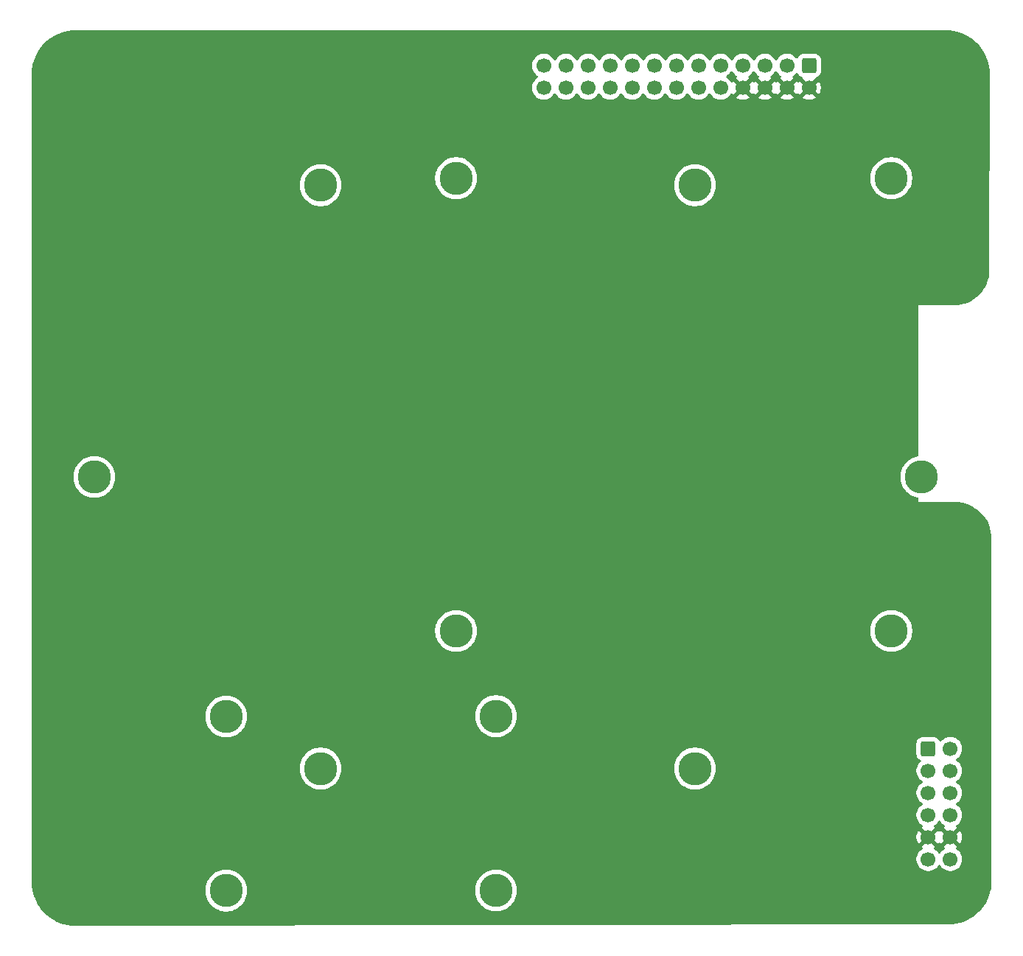
<source format=gbr>
%TF.GenerationSoftware,KiCad,Pcbnew,9.0.1*%
%TF.CreationDate,2025-05-18T15:09:49+03:00*%
%TF.ProjectId,gnss_motherboard,676e7373-5f6d-46f7-9468-6572626f6172,rev?*%
%TF.SameCoordinates,Original*%
%TF.FileFunction,Copper,L2,Bot*%
%TF.FilePolarity,Positive*%
%FSLAX46Y46*%
G04 Gerber Fmt 4.6, Leading zero omitted, Abs format (unit mm)*
G04 Created by KiCad (PCBNEW 9.0.1) date 2025-05-18 15:09:49*
%MOMM*%
%LPD*%
G01*
G04 APERTURE LIST*
G04 Aperture macros list*
%AMRoundRect*
0 Rectangle with rounded corners*
0 $1 Rounding radius*
0 $2 $3 $4 $5 $6 $7 $8 $9 X,Y pos of 4 corners*
0 Add a 4 corners polygon primitive as box body*
4,1,4,$2,$3,$4,$5,$6,$7,$8,$9,$2,$3,0*
0 Add four circle primitives for the rounded corners*
1,1,$1+$1,$2,$3*
1,1,$1+$1,$4,$5*
1,1,$1+$1,$6,$7*
1,1,$1+$1,$8,$9*
0 Add four rect primitives between the rounded corners*
20,1,$1+$1,$2,$3,$4,$5,0*
20,1,$1+$1,$4,$5,$6,$7,0*
20,1,$1+$1,$6,$7,$8,$9,0*
20,1,$1+$1,$8,$9,$2,$3,0*%
G04 Aperture macros list end*
%TA.AperFunction,ComponentPad*%
%ADD10C,3.800000*%
%TD*%
%TA.AperFunction,ComponentPad*%
%ADD11RoundRect,0.250000X-0.600000X0.600000X-0.600000X-0.600000X0.600000X-0.600000X0.600000X0.600000X0*%
%TD*%
%TA.AperFunction,ComponentPad*%
%ADD12C,1.700000*%
%TD*%
%TA.AperFunction,ComponentPad*%
%ADD13RoundRect,0.250000X-0.600000X-0.600000X0.600000X-0.600000X0.600000X0.600000X-0.600000X0.600000X0*%
%TD*%
G04 APERTURE END LIST*
D10*
%TO.P,H4,1*%
%TO.N,N/C*%
X136759999Y-103990000D03*
%TD*%
%TO.P,H9,1*%
%TO.N,N/C*%
X136759999Y-51990000D03*
%TD*%
%TO.P,H5,1*%
%TO.N,N/C*%
X186759999Y-51990000D03*
%TD*%
%TO.P,H14,1*%
%TO.N,N/C*%
X141350000Y-133800000D03*
%TD*%
%TO.P,H13,1*%
%TO.N,N/C*%
X110352000Y-133821971D03*
%TD*%
%TO.P,H12,1*%
%TO.N,N/C*%
X164200000Y-119800000D03*
%TD*%
%TO.P,H11,1*%
%TO.N,N/C*%
X95200000Y-86300000D03*
%TD*%
%TO.P,H10,1*%
%TO.N,N/C*%
X186759999Y-103990000D03*
%TD*%
%TO.P,H8,1*%
%TO.N,N/C*%
X141350000Y-113790000D03*
%TD*%
%TO.P,H7,1*%
%TO.N,N/C*%
X190200000Y-86300000D03*
%TD*%
%TO.P,H6,1*%
%TO.N,N/C*%
X164200000Y-52800000D03*
%TD*%
%TO.P,H3,1*%
%TO.N,N/C*%
X110352000Y-113821971D03*
%TD*%
%TO.P,H2,1*%
%TO.N,N/C*%
X121200000Y-119800000D03*
%TD*%
%TO.P,H1,1*%
%TO.N,N/C*%
X121200000Y-52800000D03*
%TD*%
D11*
%TO.P,J1,1,Pin_1*%
%TO.N,unconnected-(J1-Pin_1-Pad1)*%
X177320000Y-39060000D03*
D12*
%TO.P,J1,2,Pin_2*%
%TO.N,/GND*%
X177320000Y-41600000D03*
%TO.P,J1,3,Pin_3*%
%TO.N,unconnected-(J1-Pin_3-Pad3)*%
X174780000Y-39060000D03*
%TO.P,J1,4,Pin_4*%
%TO.N,/GND*%
X174780000Y-41600000D03*
%TO.P,J1,5,Pin_5*%
%TO.N,/+5V*%
X172240000Y-39060000D03*
%TO.P,J1,6,Pin_6*%
%TO.N,/GND*%
X172240000Y-41600000D03*
%TO.P,J1,7,Pin_7*%
%TO.N,unconnected-(J1-Pin_7-Pad7)*%
X169700000Y-39060000D03*
%TO.P,J1,8,Pin_8*%
%TO.N,/GND*%
X169700000Y-41600000D03*
%TO.P,J1,9,Pin_9*%
%TO.N,unconnected-(J1-Pin_9-Pad9)*%
X167160000Y-39060000D03*
%TO.P,J1,10,Pin_10*%
%TO.N,unconnected-(J1-Pin_10-Pad10)*%
X167160000Y-41600000D03*
%TO.P,J1,11,Pin_11*%
%TO.N,unconnected-(J1-Pin_11-Pad11)*%
X164620000Y-39060000D03*
%TO.P,J1,12,Pin_12*%
%TO.N,unconnected-(J1-Pin_12-Pad12)*%
X164620000Y-41600000D03*
%TO.P,J1,13,Pin_13*%
%TO.N,unconnected-(J1-Pin_13-Pad13)*%
X162080000Y-39060000D03*
%TO.P,J1,14,Pin_14*%
%TO.N,unconnected-(J1-Pin_14-Pad14)*%
X162080000Y-41600000D03*
%TO.P,J1,15,Pin_15*%
%TO.N,unconnected-(J1-Pin_15-Pad15)*%
X159540000Y-39060000D03*
%TO.P,J1,16,Pin_16*%
%TO.N,unconnected-(J1-Pin_16-Pad16)*%
X159540000Y-41600000D03*
%TO.P,J1,17,Pin_17*%
%TO.N,unconnected-(J1-Pin_17-Pad17)*%
X157000000Y-39060000D03*
%TO.P,J1,18,Pin_18*%
%TO.N,unconnected-(J1-Pin_18-Pad18)*%
X157000000Y-41600000D03*
%TO.P,J1,19,Pin_19*%
%TO.N,unconnected-(J1-Pin_19-Pad19)*%
X154460000Y-39060000D03*
%TO.P,J1,20,Pin_20*%
%TO.N,unconnected-(J1-Pin_20-Pad20)*%
X154460000Y-41600000D03*
%TO.P,J1,21,Pin_21*%
%TO.N,unconnected-(J1-Pin_21-Pad21)*%
X151920000Y-39060000D03*
%TO.P,J1,22,Pin_22*%
%TO.N,unconnected-(J1-Pin_22-Pad22)*%
X151920000Y-41600000D03*
%TO.P,J1,23,Pin_23*%
%TO.N,unconnected-(J1-Pin_23-Pad23)*%
X149380000Y-39060000D03*
%TO.P,J1,24,Pin_24*%
%TO.N,/GPIO15*%
X149380000Y-41600000D03*
%TO.P,J1,25,Pin_25*%
%TO.N,unconnected-(J1-Pin_25-Pad25)*%
X146840000Y-39060000D03*
%TO.P,J1,26,Pin_26*%
%TO.N,/GPIO14*%
X146840000Y-41600000D03*
%TD*%
D13*
%TO.P,J2,1,Pin_1*%
%TO.N,unconnected-(J2-Pin_1-Pad1)*%
X191000000Y-117520000D03*
D12*
%TO.P,J2,2,Pin_2*%
%TO.N,unconnected-(J2-Pin_2-Pad2)*%
X193540000Y-117520000D03*
%TO.P,J2,3,Pin_3*%
%TO.N,/+5V*%
X191000000Y-120060000D03*
%TO.P,J2,4,Pin_4*%
X193540000Y-120060000D03*
%TO.P,J2,5,Pin_5*%
%TO.N,/GPIO14*%
X191000000Y-122600000D03*
%TO.P,J2,6,Pin_6*%
%TO.N,unconnected-(J2-Pin_6-Pad6)*%
X193540000Y-122600000D03*
%TO.P,J2,7,Pin_7*%
%TO.N,/GPIO15*%
X191000000Y-125140000D03*
%TO.P,J2,8,Pin_8*%
%TO.N,unconnected-(J2-Pin_8-Pad8)*%
X193540000Y-125140000D03*
%TO.P,J2,9,Pin_9*%
%TO.N,/GND*%
X191000000Y-127680000D03*
%TO.P,J2,10,Pin_10*%
X193540000Y-127680000D03*
%TO.P,J2,11,Pin_11*%
%TO.N,unconnected-(J2-Pin_11-Pad11)*%
X191000000Y-130220000D03*
%TO.P,J2,12,Pin_12*%
%TO.N,unconnected-(J2-Pin_12-Pad12)*%
X193540000Y-130220000D03*
%TD*%
%TA.AperFunction,Conductor*%
%TO.N,/GND*%
G36*
X193074075Y-127872993D02*
G01*
X193139901Y-127987007D01*
X193232993Y-128080099D01*
X193347007Y-128145925D01*
X193410590Y-128162962D01*
X192778282Y-128795269D01*
X192778282Y-128795270D01*
X192832452Y-128834626D01*
X192832451Y-128834626D01*
X192841495Y-128839234D01*
X192892292Y-128887208D01*
X192909087Y-128955029D01*
X192886550Y-129021164D01*
X192841499Y-129060202D01*
X192832182Y-129064949D01*
X192660213Y-129189890D01*
X192509890Y-129340213D01*
X192384949Y-129512182D01*
X192380484Y-129520946D01*
X192332509Y-129571742D01*
X192264688Y-129588536D01*
X192198553Y-129565998D01*
X192159516Y-129520946D01*
X192155050Y-129512182D01*
X192030109Y-129340213D01*
X191879786Y-129189890D01*
X191707817Y-129064949D01*
X191698504Y-129060204D01*
X191647707Y-129012230D01*
X191630912Y-128944409D01*
X191653449Y-128878274D01*
X191698507Y-128839232D01*
X191707555Y-128834622D01*
X191761716Y-128795270D01*
X191761717Y-128795270D01*
X191129408Y-128162962D01*
X191192993Y-128145925D01*
X191307007Y-128080099D01*
X191400099Y-127987007D01*
X191465925Y-127872993D01*
X191482962Y-127809408D01*
X192115270Y-128441717D01*
X192115270Y-128441716D01*
X192154622Y-128387554D01*
X192159514Y-128377954D01*
X192207488Y-128327157D01*
X192275308Y-128310361D01*
X192341444Y-128332897D01*
X192380486Y-128377954D01*
X192385375Y-128387550D01*
X192424728Y-128441716D01*
X193057037Y-127809408D01*
X193074075Y-127872993D01*
G37*
%TD.AperFunction*%
%TA.AperFunction,Conductor*%
G36*
X192341444Y-125793999D02*
G01*
X192380486Y-125839056D01*
X192384951Y-125847820D01*
X192509890Y-126019786D01*
X192660213Y-126170109D01*
X192832179Y-126295048D01*
X192832181Y-126295049D01*
X192832184Y-126295051D01*
X192841493Y-126299794D01*
X192892290Y-126347766D01*
X192909087Y-126415587D01*
X192886552Y-126481722D01*
X192841505Y-126520760D01*
X192832446Y-126525376D01*
X192832440Y-126525380D01*
X192778282Y-126564727D01*
X192778282Y-126564728D01*
X193410591Y-127197037D01*
X193347007Y-127214075D01*
X193232993Y-127279901D01*
X193139901Y-127372993D01*
X193074075Y-127487007D01*
X193057037Y-127550591D01*
X192424728Y-126918282D01*
X192424727Y-126918282D01*
X192385380Y-126972440D01*
X192380483Y-126982051D01*
X192332506Y-127032845D01*
X192264684Y-127049638D01*
X192198550Y-127027098D01*
X192159516Y-126982048D01*
X192154626Y-126972452D01*
X192115270Y-126918282D01*
X192115269Y-126918282D01*
X191482962Y-127550590D01*
X191465925Y-127487007D01*
X191400099Y-127372993D01*
X191307007Y-127279901D01*
X191192993Y-127214075D01*
X191129409Y-127197037D01*
X191761716Y-126564728D01*
X191707547Y-126525373D01*
X191707547Y-126525372D01*
X191698500Y-126520763D01*
X191647706Y-126472788D01*
X191630912Y-126404966D01*
X191653451Y-126338832D01*
X191698508Y-126299793D01*
X191707816Y-126295051D01*
X191787007Y-126237515D01*
X191879786Y-126170109D01*
X191879788Y-126170106D01*
X191879792Y-126170104D01*
X192030104Y-126019792D01*
X192030106Y-126019788D01*
X192030109Y-126019786D01*
X192155048Y-125847820D01*
X192155047Y-125847820D01*
X192155051Y-125847816D01*
X192159514Y-125839054D01*
X192207488Y-125788259D01*
X192275308Y-125771463D01*
X192341444Y-125793999D01*
G37*
%TD.AperFunction*%
%TA.AperFunction,Conductor*%
G36*
X168501444Y-39713999D02*
G01*
X168540486Y-39759056D01*
X168544951Y-39767820D01*
X168669890Y-39939786D01*
X168820213Y-40090109D01*
X168992179Y-40215048D01*
X168992181Y-40215049D01*
X168992184Y-40215051D01*
X169001493Y-40219794D01*
X169052290Y-40267766D01*
X169069087Y-40335587D01*
X169046552Y-40401722D01*
X169001505Y-40440760D01*
X168992446Y-40445376D01*
X168992440Y-40445380D01*
X168938282Y-40484727D01*
X168938282Y-40484728D01*
X169570591Y-41117037D01*
X169507007Y-41134075D01*
X169392993Y-41199901D01*
X169299901Y-41292993D01*
X169234075Y-41407007D01*
X169217037Y-41470591D01*
X168584728Y-40838282D01*
X168584727Y-40838282D01*
X168545380Y-40892440D01*
X168545376Y-40892446D01*
X168540760Y-40901505D01*
X168492781Y-40952297D01*
X168424959Y-40969087D01*
X168358826Y-40946543D01*
X168319794Y-40901493D01*
X168315051Y-40892184D01*
X168315049Y-40892181D01*
X168315048Y-40892179D01*
X168190109Y-40720213D01*
X168039786Y-40569890D01*
X167867820Y-40444951D01*
X167859600Y-40440763D01*
X167859054Y-40440485D01*
X167808259Y-40392512D01*
X167791463Y-40324692D01*
X167813999Y-40258556D01*
X167859054Y-40219515D01*
X167867816Y-40215051D01*
X167889789Y-40199086D01*
X168039786Y-40090109D01*
X168039788Y-40090106D01*
X168039792Y-40090104D01*
X168190104Y-39939792D01*
X168190106Y-39939788D01*
X168190109Y-39939786D01*
X168315048Y-39767820D01*
X168315047Y-39767820D01*
X168315051Y-39767816D01*
X168319514Y-39759054D01*
X168367488Y-39708259D01*
X168435308Y-39691463D01*
X168501444Y-39713999D01*
G37*
%TD.AperFunction*%
%TA.AperFunction,Conductor*%
G36*
X171041444Y-39713999D02*
G01*
X171080486Y-39759056D01*
X171084951Y-39767820D01*
X171209890Y-39939786D01*
X171360213Y-40090109D01*
X171532179Y-40215048D01*
X171532181Y-40215049D01*
X171532184Y-40215051D01*
X171541493Y-40219794D01*
X171592290Y-40267766D01*
X171609087Y-40335587D01*
X171586552Y-40401722D01*
X171541505Y-40440760D01*
X171532446Y-40445376D01*
X171532440Y-40445380D01*
X171478282Y-40484727D01*
X171478282Y-40484728D01*
X172110591Y-41117037D01*
X172047007Y-41134075D01*
X171932993Y-41199901D01*
X171839901Y-41292993D01*
X171774075Y-41407007D01*
X171757037Y-41470591D01*
X171124728Y-40838282D01*
X171124727Y-40838282D01*
X171085380Y-40892440D01*
X171080483Y-40902051D01*
X171032506Y-40952845D01*
X170964684Y-40969638D01*
X170898550Y-40947098D01*
X170859516Y-40902048D01*
X170854626Y-40892452D01*
X170815270Y-40838282D01*
X170815269Y-40838282D01*
X170182962Y-41470590D01*
X170165925Y-41407007D01*
X170100099Y-41292993D01*
X170007007Y-41199901D01*
X169892993Y-41134075D01*
X169829409Y-41117037D01*
X170461716Y-40484728D01*
X170407547Y-40445373D01*
X170407547Y-40445372D01*
X170398500Y-40440763D01*
X170347706Y-40392788D01*
X170330912Y-40324966D01*
X170353451Y-40258832D01*
X170398508Y-40219793D01*
X170407816Y-40215051D01*
X170526728Y-40128657D01*
X170579786Y-40090109D01*
X170579788Y-40090106D01*
X170579792Y-40090104D01*
X170730104Y-39939792D01*
X170730106Y-39939788D01*
X170730109Y-39939786D01*
X170855048Y-39767820D01*
X170855047Y-39767820D01*
X170855051Y-39767816D01*
X170859514Y-39759054D01*
X170907488Y-39708259D01*
X170975308Y-39691463D01*
X171041444Y-39713999D01*
G37*
%TD.AperFunction*%
%TA.AperFunction,Conductor*%
G36*
X173581444Y-39713999D02*
G01*
X173620486Y-39759056D01*
X173624951Y-39767820D01*
X173749890Y-39939786D01*
X173900213Y-40090109D01*
X174072179Y-40215048D01*
X174072181Y-40215049D01*
X174072184Y-40215051D01*
X174081493Y-40219794D01*
X174132290Y-40267766D01*
X174149087Y-40335587D01*
X174126552Y-40401722D01*
X174081505Y-40440760D01*
X174072446Y-40445376D01*
X174072440Y-40445380D01*
X174018282Y-40484727D01*
X174018282Y-40484728D01*
X174650591Y-41117037D01*
X174587007Y-41134075D01*
X174472993Y-41199901D01*
X174379901Y-41292993D01*
X174314075Y-41407007D01*
X174297037Y-41470591D01*
X173664728Y-40838282D01*
X173664727Y-40838282D01*
X173625380Y-40892440D01*
X173620483Y-40902051D01*
X173572506Y-40952845D01*
X173504684Y-40969638D01*
X173438550Y-40947098D01*
X173399516Y-40902048D01*
X173394626Y-40892452D01*
X173355270Y-40838282D01*
X173355269Y-40838282D01*
X172722962Y-41470590D01*
X172705925Y-41407007D01*
X172640099Y-41292993D01*
X172547007Y-41199901D01*
X172432993Y-41134075D01*
X172369409Y-41117037D01*
X173001716Y-40484728D01*
X172947547Y-40445373D01*
X172947547Y-40445372D01*
X172938500Y-40440763D01*
X172887706Y-40392788D01*
X172870912Y-40324966D01*
X172893451Y-40258832D01*
X172938508Y-40219793D01*
X172947816Y-40215051D01*
X173066728Y-40128657D01*
X173119786Y-40090109D01*
X173119788Y-40090106D01*
X173119792Y-40090104D01*
X173270104Y-39939792D01*
X173270106Y-39939788D01*
X173270109Y-39939786D01*
X173395048Y-39767820D01*
X173395047Y-39767820D01*
X173395051Y-39767816D01*
X173399514Y-39759054D01*
X173447488Y-39708259D01*
X173515308Y-39691463D01*
X173581444Y-39713999D01*
G37*
%TD.AperFunction*%
%TA.AperFunction,Conductor*%
G36*
X176000397Y-39918851D02*
G01*
X176031686Y-39968772D01*
X176035184Y-39979329D01*
X176035187Y-39979336D01*
X176049602Y-40002706D01*
X176127288Y-40128656D01*
X176251344Y-40252712D01*
X176400666Y-40344814D01*
X176472770Y-40368707D01*
X176530214Y-40408478D01*
X176557038Y-40472994D01*
X176557197Y-40483643D01*
X177190591Y-41117037D01*
X177127007Y-41134075D01*
X177012993Y-41199901D01*
X176919901Y-41292993D01*
X176854075Y-41407007D01*
X176837037Y-41470591D01*
X176204728Y-40838282D01*
X176204727Y-40838282D01*
X176165380Y-40892440D01*
X176160483Y-40902051D01*
X176112506Y-40952845D01*
X176044684Y-40969638D01*
X175978550Y-40947098D01*
X175939516Y-40902048D01*
X175934626Y-40892452D01*
X175895270Y-40838282D01*
X175895269Y-40838282D01*
X175262962Y-41470590D01*
X175245925Y-41407007D01*
X175180099Y-41292993D01*
X175087007Y-41199901D01*
X174972993Y-41134075D01*
X174909409Y-41117037D01*
X175541716Y-40484728D01*
X175487547Y-40445373D01*
X175487547Y-40445372D01*
X175478500Y-40440763D01*
X175427706Y-40392788D01*
X175410912Y-40324966D01*
X175433451Y-40258832D01*
X175478508Y-40219793D01*
X175487816Y-40215051D01*
X175606728Y-40128657D01*
X175659786Y-40090109D01*
X175659788Y-40090106D01*
X175659792Y-40090104D01*
X175810104Y-39939792D01*
X175813660Y-39934896D01*
X175868987Y-39892230D01*
X175938600Y-39886248D01*
X176000397Y-39918851D01*
G37*
%TD.AperFunction*%
%TA.AperFunction,Conductor*%
G36*
X193061401Y-35000118D02*
G01*
X193089920Y-35001364D01*
X193489375Y-35018816D01*
X193500138Y-35019759D01*
X193922159Y-35075357D01*
X193932820Y-35077238D01*
X194348382Y-35169432D01*
X194358838Y-35172236D01*
X194764768Y-35300318D01*
X194774926Y-35304018D01*
X195096853Y-35437467D01*
X195168150Y-35467022D01*
X195177959Y-35471600D01*
X195555445Y-35668265D01*
X195564819Y-35673680D01*
X195923739Y-35902534D01*
X195932599Y-35908744D01*
X196270178Y-36168019D01*
X196278467Y-36174981D01*
X196592154Y-36462716D01*
X196599804Y-36470375D01*
X196887202Y-36784373D01*
X196894142Y-36792655D01*
X197063063Y-37013084D01*
X197153055Y-37130518D01*
X197159258Y-37139389D01*
X197387717Y-37498544D01*
X197393123Y-37507923D01*
X197589388Y-37885635D01*
X197593955Y-37895449D01*
X197756527Y-38288834D01*
X197760221Y-38299009D01*
X197887865Y-38705074D01*
X197890658Y-38715533D01*
X197982404Y-39131200D01*
X197984273Y-39141862D01*
X198039413Y-39563919D01*
X198040346Y-39574704D01*
X198058583Y-40002699D01*
X198058695Y-40008112D01*
X198034389Y-62526965D01*
X198034233Y-62533045D01*
X198014698Y-62922399D01*
X198013494Y-62934500D01*
X197956363Y-63317065D01*
X197953979Y-63328989D01*
X197859653Y-63704109D01*
X197856113Y-63715743D01*
X197725497Y-64079822D01*
X197720834Y-64091053D01*
X197555177Y-64440603D01*
X197549437Y-64451323D01*
X197350351Y-64782945D01*
X197343589Y-64793051D01*
X197112968Y-65103593D01*
X197105247Y-65112989D01*
X196845324Y-65399439D01*
X196836721Y-65408033D01*
X196549984Y-65667652D01*
X196540580Y-65675362D01*
X196229797Y-65905642D01*
X196219683Y-65912394D01*
X195887841Y-66111126D01*
X195877115Y-66116855D01*
X195527390Y-66282133D01*
X195516154Y-66286783D01*
X195151937Y-66417004D01*
X195140299Y-66420532D01*
X194765072Y-66514455D01*
X194753145Y-66516826D01*
X194370519Y-66573543D01*
X194358418Y-66574734D01*
X194001965Y-66592234D01*
X193969033Y-66593851D01*
X193962955Y-66594000D01*
X189902000Y-66594000D01*
X189902000Y-83807184D01*
X189882315Y-83874223D01*
X189829511Y-83919978D01*
X189800647Y-83928857D01*
X189800660Y-83928914D01*
X189799904Y-83929086D01*
X189798791Y-83929429D01*
X189797270Y-83929687D01*
X189534405Y-83989684D01*
X189534397Y-83989687D01*
X189279917Y-84078734D01*
X189037005Y-84195714D01*
X188808712Y-84339161D01*
X188597915Y-84507265D01*
X188407265Y-84697915D01*
X188239161Y-84908712D01*
X188095714Y-85137005D01*
X187978734Y-85379917D01*
X187889687Y-85634397D01*
X187889684Y-85634405D01*
X187829688Y-85897268D01*
X187829686Y-85897280D01*
X187799500Y-86165186D01*
X187799500Y-86434813D01*
X187829686Y-86702719D01*
X187829688Y-86702731D01*
X187889684Y-86965594D01*
X187889687Y-86965602D01*
X187978734Y-87220082D01*
X188095714Y-87462994D01*
X188095716Y-87462997D01*
X188239162Y-87691289D01*
X188407266Y-87902085D01*
X188597915Y-88092734D01*
X188808711Y-88260838D01*
X189037003Y-88404284D01*
X189279921Y-88521267D01*
X189471049Y-88588145D01*
X189534397Y-88610312D01*
X189534405Y-88610315D01*
X189534408Y-88610315D01*
X189534409Y-88610316D01*
X189797268Y-88670312D01*
X189797279Y-88670313D01*
X189798767Y-88670566D01*
X189799105Y-88670731D01*
X189800660Y-88671086D01*
X189800577Y-88671449D01*
X189861563Y-88701200D01*
X189897828Y-88760922D01*
X189902000Y-88792815D01*
X189902000Y-89200000D01*
X194089949Y-89200000D01*
X194096032Y-89200148D01*
X194497708Y-89219882D01*
X194509816Y-89221074D01*
X194904600Y-89279635D01*
X194916534Y-89282009D01*
X195303687Y-89378986D01*
X195315315Y-89382514D01*
X195691088Y-89516967D01*
X195702317Y-89521618D01*
X196063134Y-89692271D01*
X196073842Y-89697995D01*
X196416165Y-89903176D01*
X196426283Y-89909936D01*
X196746853Y-90147687D01*
X196756259Y-90155407D01*
X197051979Y-90423431D01*
X197060568Y-90432020D01*
X197282876Y-90677300D01*
X197328592Y-90727740D01*
X197336312Y-90737146D01*
X197574063Y-91057716D01*
X197580823Y-91067834D01*
X197785997Y-91410145D01*
X197791734Y-91420877D01*
X197962378Y-91781675D01*
X197967034Y-91792918D01*
X198101482Y-92168674D01*
X198105015Y-92180319D01*
X198201990Y-92567467D01*
X198204364Y-92579401D01*
X198262924Y-92974182D01*
X198264117Y-92986292D01*
X198283851Y-93387966D01*
X198284000Y-93394051D01*
X198284000Y-132718823D01*
X198283882Y-132724227D01*
X198265245Y-133151480D01*
X198264304Y-133162246D01*
X198208889Y-133583578D01*
X198207014Y-133594221D01*
X198115124Y-134009117D01*
X198112330Y-134019557D01*
X197984659Y-134424890D01*
X197980966Y-134435047D01*
X197818489Y-134827720D01*
X197813926Y-134837516D01*
X197617875Y-135214550D01*
X197612476Y-135223912D01*
X197384342Y-135582441D01*
X197378148Y-135591298D01*
X197119660Y-135928604D01*
X197112719Y-135936887D01*
X196825848Y-136250399D01*
X196818212Y-136258047D01*
X196505120Y-136545401D01*
X196496847Y-136552354D01*
X196159938Y-136811344D01*
X196151091Y-136817551D01*
X195792903Y-137046226D01*
X195783549Y-137051639D01*
X195406811Y-137248258D01*
X195397021Y-137252836D01*
X195004604Y-137415899D01*
X194994453Y-137419608D01*
X194589305Y-137547892D01*
X194578869Y-137550702D01*
X194164109Y-137643216D01*
X194153469Y-137645107D01*
X193732218Y-137701157D01*
X193721453Y-137702114D01*
X193294229Y-137721394D01*
X193288826Y-137721520D01*
X93030237Y-137872456D01*
X93024823Y-137872346D01*
X92596712Y-137854283D01*
X92585923Y-137853354D01*
X92163720Y-137798362D01*
X92153055Y-137796496D01*
X91737262Y-137704883D01*
X91726799Y-137702094D01*
X91320575Y-137574553D01*
X91310396Y-137570862D01*
X90944066Y-137419608D01*
X90916841Y-137408367D01*
X90907024Y-137403802D01*
X90529162Y-137207601D01*
X90519780Y-137202197D01*
X90160454Y-136973767D01*
X90151584Y-136967568D01*
X89813562Y-136708666D01*
X89805281Y-136701730D01*
X89491121Y-136414314D01*
X89483466Y-136406670D01*
X89195589Y-136092955D01*
X89188624Y-136084665D01*
X89042618Y-135894633D01*
X88929219Y-135747041D01*
X88923006Y-135738179D01*
X88722646Y-135424055D01*
X88694039Y-135379204D01*
X88688623Y-135369834D01*
X88491843Y-134992246D01*
X88487274Y-134982460D01*
X88324183Y-134589142D01*
X88320478Y-134578972D01*
X88284696Y-134465602D01*
X88192321Y-134172923D01*
X88189525Y-134162501D01*
X88097276Y-133746800D01*
X88095401Y-133736175D01*
X88088941Y-133687157D01*
X107951500Y-133687157D01*
X107951500Y-133956784D01*
X107981686Y-134224690D01*
X107981688Y-134224702D01*
X108041684Y-134487565D01*
X108041687Y-134487573D01*
X108130734Y-134742053D01*
X108247714Y-134984965D01*
X108247716Y-134984968D01*
X108391162Y-135213260D01*
X108559266Y-135424056D01*
X108749915Y-135614705D01*
X108960711Y-135782809D01*
X109189003Y-135926255D01*
X109431921Y-136043238D01*
X109623049Y-136110116D01*
X109686397Y-136132283D01*
X109686405Y-136132286D01*
X109686408Y-136132286D01*
X109686409Y-136132287D01*
X109949268Y-136192283D01*
X110217187Y-136222470D01*
X110217188Y-136222471D01*
X110217191Y-136222471D01*
X110486812Y-136222471D01*
X110486812Y-136222470D01*
X110754732Y-136192283D01*
X111017591Y-136132287D01*
X111272079Y-136043238D01*
X111514997Y-135926255D01*
X111743289Y-135782809D01*
X111954085Y-135614705D01*
X112144734Y-135424056D01*
X112312838Y-135213260D01*
X112456284Y-134984968D01*
X112573267Y-134742050D01*
X112662316Y-134487562D01*
X112722312Y-134224703D01*
X112752500Y-133956780D01*
X112752500Y-133687162D01*
X112752499Y-133687157D01*
X112751197Y-133675597D01*
X112751197Y-133675596D01*
X112750024Y-133665186D01*
X138949500Y-133665186D01*
X138949500Y-133934813D01*
X138979686Y-134202719D01*
X138979688Y-134202731D01*
X139039684Y-134465594D01*
X139039687Y-134465602D01*
X139128734Y-134720082D01*
X139245714Y-134962994D01*
X139245716Y-134962997D01*
X139389162Y-135191289D01*
X139557266Y-135402085D01*
X139747915Y-135592734D01*
X139958711Y-135760838D01*
X140187003Y-135904284D01*
X140429921Y-136021267D01*
X140621049Y-136088145D01*
X140684397Y-136110312D01*
X140684405Y-136110315D01*
X140684408Y-136110315D01*
X140684409Y-136110316D01*
X140947268Y-136170312D01*
X141215187Y-136200499D01*
X141215188Y-136200500D01*
X141215191Y-136200500D01*
X141484812Y-136200500D01*
X141484812Y-136200499D01*
X141752732Y-136170312D01*
X142015591Y-136110316D01*
X142270079Y-136021267D01*
X142512997Y-135904284D01*
X142741289Y-135760838D01*
X142952085Y-135592734D01*
X143142734Y-135402085D01*
X143310838Y-135191289D01*
X143454284Y-134962997D01*
X143571267Y-134720079D01*
X143660316Y-134465591D01*
X143720312Y-134202732D01*
X143750500Y-133934809D01*
X143750500Y-133665191D01*
X143720312Y-133397268D01*
X143660316Y-133134409D01*
X143571267Y-132879921D01*
X143454284Y-132637003D01*
X143310838Y-132408711D01*
X143142734Y-132197915D01*
X142952085Y-132007266D01*
X142741289Y-131839162D01*
X142583613Y-131740087D01*
X142512994Y-131695714D01*
X142270082Y-131578734D01*
X142015602Y-131489687D01*
X142015594Y-131489684D01*
X141818446Y-131444687D01*
X141752732Y-131429688D01*
X141752728Y-131429687D01*
X141752719Y-131429686D01*
X141484813Y-131399500D01*
X141484809Y-131399500D01*
X141215191Y-131399500D01*
X141215186Y-131399500D01*
X140947280Y-131429686D01*
X140947268Y-131429688D01*
X140684405Y-131489684D01*
X140684397Y-131489687D01*
X140429917Y-131578734D01*
X140187005Y-131695714D01*
X139958712Y-131839161D01*
X139747915Y-132007265D01*
X139557265Y-132197915D01*
X139389161Y-132408712D01*
X139245714Y-132637005D01*
X139128734Y-132879917D01*
X139039687Y-133134397D01*
X139039684Y-133134405D01*
X138979688Y-133397268D01*
X138979686Y-133397280D01*
X138949500Y-133665186D01*
X112750024Y-133665186D01*
X112722313Y-133419251D01*
X112722312Y-133419239D01*
X112662316Y-133156380D01*
X112660601Y-133151480D01*
X112640145Y-133093020D01*
X112573267Y-132901892D01*
X112456284Y-132658974D01*
X112312838Y-132430682D01*
X112144734Y-132219886D01*
X111954085Y-132029237D01*
X111743289Y-131861133D01*
X111514997Y-131717687D01*
X111514994Y-131717685D01*
X111272082Y-131600705D01*
X111017602Y-131511658D01*
X111017594Y-131511655D01*
X110820446Y-131466658D01*
X110754732Y-131451659D01*
X110754728Y-131451658D01*
X110754719Y-131451657D01*
X110486813Y-131421471D01*
X110486809Y-131421471D01*
X110217191Y-131421471D01*
X110217186Y-131421471D01*
X109949280Y-131451657D01*
X109949268Y-131451659D01*
X109686405Y-131511655D01*
X109686397Y-131511658D01*
X109431917Y-131600705D01*
X109189005Y-131717685D01*
X108960712Y-131861132D01*
X108749915Y-132029236D01*
X108559265Y-132219886D01*
X108391161Y-132430683D01*
X108247714Y-132658976D01*
X108130734Y-132901888D01*
X108041687Y-133156368D01*
X108041684Y-133156376D01*
X107981688Y-133419239D01*
X107981686Y-133419251D01*
X107951500Y-133687157D01*
X88088941Y-133687157D01*
X88039770Y-133314027D01*
X88038827Y-133303262D01*
X88020118Y-132875167D01*
X88020000Y-132869753D01*
X88020000Y-119665186D01*
X118799500Y-119665186D01*
X118799500Y-119934813D01*
X118829686Y-120202719D01*
X118829688Y-120202731D01*
X118889684Y-120465594D01*
X118889687Y-120465602D01*
X118978734Y-120720082D01*
X119095714Y-120962994D01*
X119095716Y-120962997D01*
X119239162Y-121191289D01*
X119407266Y-121402085D01*
X119597915Y-121592734D01*
X119808711Y-121760838D01*
X120037003Y-121904284D01*
X120279921Y-122021267D01*
X120452309Y-122081588D01*
X120534397Y-122110312D01*
X120534405Y-122110315D01*
X120534408Y-122110315D01*
X120534409Y-122110316D01*
X120797268Y-122170312D01*
X121065187Y-122200499D01*
X121065188Y-122200500D01*
X121065191Y-122200500D01*
X121334812Y-122200500D01*
X121334812Y-122200499D01*
X121602732Y-122170312D01*
X121865591Y-122110316D01*
X122120079Y-122021267D01*
X122362997Y-121904284D01*
X122591289Y-121760838D01*
X122802085Y-121592734D01*
X122992734Y-121402085D01*
X123160838Y-121191289D01*
X123304284Y-120962997D01*
X123421267Y-120720079D01*
X123510316Y-120465591D01*
X123570312Y-120202732D01*
X123600500Y-119934809D01*
X123600500Y-119665191D01*
X123600499Y-119665186D01*
X161799500Y-119665186D01*
X161799500Y-119934813D01*
X161829686Y-120202719D01*
X161829688Y-120202731D01*
X161889684Y-120465594D01*
X161889687Y-120465602D01*
X161978734Y-120720082D01*
X162095714Y-120962994D01*
X162095716Y-120962997D01*
X162239162Y-121191289D01*
X162407266Y-121402085D01*
X162597915Y-121592734D01*
X162808711Y-121760838D01*
X163037003Y-121904284D01*
X163279921Y-122021267D01*
X163452309Y-122081588D01*
X163534397Y-122110312D01*
X163534405Y-122110315D01*
X163534408Y-122110315D01*
X163534409Y-122110316D01*
X163797268Y-122170312D01*
X164065187Y-122200499D01*
X164065188Y-122200500D01*
X164065191Y-122200500D01*
X164334812Y-122200500D01*
X164334812Y-122200499D01*
X164602732Y-122170312D01*
X164865591Y-122110316D01*
X165120079Y-122021267D01*
X165362997Y-121904284D01*
X165591289Y-121760838D01*
X165802085Y-121592734D01*
X165992734Y-121402085D01*
X166160838Y-121191289D01*
X166304284Y-120962997D01*
X166421267Y-120720079D01*
X166510316Y-120465591D01*
X166570312Y-120202732D01*
X166600500Y-119934809D01*
X166600500Y-119665191D01*
X166570312Y-119397268D01*
X166510316Y-119134409D01*
X166421267Y-118879921D01*
X166322606Y-118675050D01*
X166304285Y-118637005D01*
X166273905Y-118588656D01*
X166160838Y-118408711D01*
X165992734Y-118197915D01*
X165802085Y-118007266D01*
X165591289Y-117839162D01*
X165362997Y-117695716D01*
X165362994Y-117695714D01*
X165120082Y-117578734D01*
X164865602Y-117489687D01*
X164865594Y-117489684D01*
X164668446Y-117444687D01*
X164602732Y-117429688D01*
X164602728Y-117429687D01*
X164602719Y-117429686D01*
X164334813Y-117399500D01*
X164334809Y-117399500D01*
X164065191Y-117399500D01*
X164065186Y-117399500D01*
X163797280Y-117429686D01*
X163797268Y-117429688D01*
X163534405Y-117489684D01*
X163534397Y-117489687D01*
X163279917Y-117578734D01*
X163037005Y-117695714D01*
X162808712Y-117839161D01*
X162597915Y-118007265D01*
X162407265Y-118197915D01*
X162239161Y-118408712D01*
X162095714Y-118637005D01*
X161978734Y-118879917D01*
X161889687Y-119134397D01*
X161889684Y-119134405D01*
X161829688Y-119397268D01*
X161829686Y-119397280D01*
X161799500Y-119665186D01*
X123600499Y-119665186D01*
X123570312Y-119397268D01*
X123510316Y-119134409D01*
X123421267Y-118879921D01*
X123322606Y-118675050D01*
X123304285Y-118637005D01*
X123273905Y-118588656D01*
X123160838Y-118408711D01*
X122992734Y-118197915D01*
X122802085Y-118007266D01*
X122591289Y-117839162D01*
X122362997Y-117695716D01*
X122362994Y-117695714D01*
X122120082Y-117578734D01*
X121865602Y-117489687D01*
X121865594Y-117489684D01*
X121668446Y-117444687D01*
X121602732Y-117429688D01*
X121602728Y-117429687D01*
X121602719Y-117429686D01*
X121334813Y-117399500D01*
X121334809Y-117399500D01*
X121065191Y-117399500D01*
X121065186Y-117399500D01*
X120797280Y-117429686D01*
X120797268Y-117429688D01*
X120534405Y-117489684D01*
X120534397Y-117489687D01*
X120279917Y-117578734D01*
X120037005Y-117695714D01*
X119808712Y-117839161D01*
X119597915Y-118007265D01*
X119407265Y-118197915D01*
X119239161Y-118408712D01*
X119095714Y-118637005D01*
X118978734Y-118879917D01*
X118889687Y-119134397D01*
X118889684Y-119134405D01*
X118829688Y-119397268D01*
X118829686Y-119397280D01*
X118799500Y-119665186D01*
X88020000Y-119665186D01*
X88020000Y-116869983D01*
X189649500Y-116869983D01*
X189649500Y-118170001D01*
X189649501Y-118170018D01*
X189660000Y-118272796D01*
X189660001Y-118272799D01*
X189705039Y-118408712D01*
X189715186Y-118439334D01*
X189807288Y-118588656D01*
X189931344Y-118712712D01*
X190080666Y-118804814D01*
X190091223Y-118808312D01*
X190148668Y-118848084D01*
X190175492Y-118912600D01*
X190163177Y-118981376D01*
X190125113Y-119026330D01*
X190120219Y-119029885D01*
X190120209Y-119029894D01*
X189969890Y-119180213D01*
X189844951Y-119352179D01*
X189748444Y-119541585D01*
X189682753Y-119743760D01*
X189649500Y-119953713D01*
X189649500Y-120166286D01*
X189682753Y-120376239D01*
X189748444Y-120578414D01*
X189844951Y-120767820D01*
X189969890Y-120939786D01*
X190120213Y-121090109D01*
X190292182Y-121215050D01*
X190300946Y-121219516D01*
X190351742Y-121267491D01*
X190368536Y-121335312D01*
X190345998Y-121401447D01*
X190300946Y-121440484D01*
X190292182Y-121444949D01*
X190120213Y-121569890D01*
X189969890Y-121720213D01*
X189844951Y-121892179D01*
X189748444Y-122081585D01*
X189682753Y-122283760D01*
X189649500Y-122493713D01*
X189649500Y-122706286D01*
X189682753Y-122916239D01*
X189748444Y-123118414D01*
X189844951Y-123307820D01*
X189969890Y-123479786D01*
X190120213Y-123630109D01*
X190292182Y-123755050D01*
X190300946Y-123759516D01*
X190351742Y-123807491D01*
X190368536Y-123875312D01*
X190345998Y-123941447D01*
X190300946Y-123980484D01*
X190292182Y-123984949D01*
X190120213Y-124109890D01*
X189969890Y-124260213D01*
X189844951Y-124432179D01*
X189748444Y-124621585D01*
X189682753Y-124823760D01*
X189649500Y-125033713D01*
X189649500Y-125246286D01*
X189682753Y-125456239D01*
X189748444Y-125658414D01*
X189844951Y-125847820D01*
X189969890Y-126019786D01*
X190120213Y-126170109D01*
X190292179Y-126295048D01*
X190292181Y-126295049D01*
X190292184Y-126295051D01*
X190301493Y-126299794D01*
X190352290Y-126347766D01*
X190369087Y-126415587D01*
X190346552Y-126481722D01*
X190301505Y-126520760D01*
X190292446Y-126525376D01*
X190292440Y-126525380D01*
X190238282Y-126564727D01*
X190238282Y-126564728D01*
X190870591Y-127197037D01*
X190807007Y-127214075D01*
X190692993Y-127279901D01*
X190599901Y-127372993D01*
X190534075Y-127487007D01*
X190517037Y-127550591D01*
X189884728Y-126918282D01*
X189884727Y-126918282D01*
X189845380Y-126972439D01*
X189748904Y-127161782D01*
X189683242Y-127363869D01*
X189683242Y-127363872D01*
X189650000Y-127573753D01*
X189650000Y-127786246D01*
X189683242Y-127996127D01*
X189683242Y-127996130D01*
X189748904Y-128198217D01*
X189845375Y-128387550D01*
X189884728Y-128441716D01*
X190517037Y-127809408D01*
X190534075Y-127872993D01*
X190599901Y-127987007D01*
X190692993Y-128080099D01*
X190807007Y-128145925D01*
X190870590Y-128162962D01*
X190238282Y-128795269D01*
X190238282Y-128795270D01*
X190292452Y-128834626D01*
X190292451Y-128834626D01*
X190301495Y-128839234D01*
X190352292Y-128887208D01*
X190369087Y-128955029D01*
X190346550Y-129021164D01*
X190301499Y-129060202D01*
X190292182Y-129064949D01*
X190120213Y-129189890D01*
X189969890Y-129340213D01*
X189844951Y-129512179D01*
X189748444Y-129701585D01*
X189682753Y-129903760D01*
X189649500Y-130113713D01*
X189649500Y-130326286D01*
X189682753Y-130536239D01*
X189748444Y-130738414D01*
X189844951Y-130927820D01*
X189969890Y-131099786D01*
X190120213Y-131250109D01*
X190292179Y-131375048D01*
X190292181Y-131375049D01*
X190292184Y-131375051D01*
X190481588Y-131471557D01*
X190683757Y-131537246D01*
X190893713Y-131570500D01*
X190893714Y-131570500D01*
X191106286Y-131570500D01*
X191106287Y-131570500D01*
X191316243Y-131537246D01*
X191518412Y-131471557D01*
X191707816Y-131375051D01*
X191729789Y-131359086D01*
X191879786Y-131250109D01*
X191879788Y-131250106D01*
X191879792Y-131250104D01*
X192030104Y-131099792D01*
X192030106Y-131099788D01*
X192030109Y-131099786D01*
X192155048Y-130927820D01*
X192155047Y-130927820D01*
X192155051Y-130927816D01*
X192159514Y-130919054D01*
X192207488Y-130868259D01*
X192275308Y-130851463D01*
X192341444Y-130873999D01*
X192380486Y-130919056D01*
X192384951Y-130927820D01*
X192509890Y-131099786D01*
X192660213Y-131250109D01*
X192832179Y-131375048D01*
X192832181Y-131375049D01*
X192832184Y-131375051D01*
X193021588Y-131471557D01*
X193223757Y-131537246D01*
X193433713Y-131570500D01*
X193433714Y-131570500D01*
X193646286Y-131570500D01*
X193646287Y-131570500D01*
X193856243Y-131537246D01*
X194058412Y-131471557D01*
X194247816Y-131375051D01*
X194269789Y-131359086D01*
X194419786Y-131250109D01*
X194419788Y-131250106D01*
X194419792Y-131250104D01*
X194570104Y-131099792D01*
X194570106Y-131099788D01*
X194570109Y-131099786D01*
X194695048Y-130927820D01*
X194695047Y-130927820D01*
X194695051Y-130927816D01*
X194791557Y-130738412D01*
X194857246Y-130536243D01*
X194890500Y-130326287D01*
X194890500Y-130113713D01*
X194857246Y-129903757D01*
X194791557Y-129701588D01*
X194695051Y-129512184D01*
X194695049Y-129512181D01*
X194695048Y-129512179D01*
X194570109Y-129340213D01*
X194419786Y-129189890D01*
X194247817Y-129064949D01*
X194238504Y-129060204D01*
X194187707Y-129012230D01*
X194170912Y-128944409D01*
X194193449Y-128878274D01*
X194238507Y-128839232D01*
X194247555Y-128834622D01*
X194301716Y-128795270D01*
X194301717Y-128795270D01*
X193669408Y-128162962D01*
X193732993Y-128145925D01*
X193847007Y-128080099D01*
X193940099Y-127987007D01*
X194005925Y-127872993D01*
X194022962Y-127809408D01*
X194655270Y-128441717D01*
X194655270Y-128441716D01*
X194694622Y-128387554D01*
X194791095Y-128198217D01*
X194856757Y-127996130D01*
X194856757Y-127996127D01*
X194890000Y-127786246D01*
X194890000Y-127573753D01*
X194856757Y-127363872D01*
X194856757Y-127363869D01*
X194791095Y-127161782D01*
X194694624Y-126972449D01*
X194655270Y-126918282D01*
X194655269Y-126918282D01*
X194022962Y-127550590D01*
X194005925Y-127487007D01*
X193940099Y-127372993D01*
X193847007Y-127279901D01*
X193732993Y-127214075D01*
X193669409Y-127197037D01*
X194301716Y-126564728D01*
X194247547Y-126525373D01*
X194247547Y-126525372D01*
X194238500Y-126520763D01*
X194187706Y-126472788D01*
X194170912Y-126404966D01*
X194193451Y-126338832D01*
X194238508Y-126299793D01*
X194247816Y-126295051D01*
X194327007Y-126237515D01*
X194419786Y-126170109D01*
X194419788Y-126170106D01*
X194419792Y-126170104D01*
X194570104Y-126019792D01*
X194570106Y-126019788D01*
X194570109Y-126019786D01*
X194695048Y-125847820D01*
X194695047Y-125847820D01*
X194695051Y-125847816D01*
X194791557Y-125658412D01*
X194857246Y-125456243D01*
X194890500Y-125246287D01*
X194890500Y-125033713D01*
X194857246Y-124823757D01*
X194791557Y-124621588D01*
X194695051Y-124432184D01*
X194695049Y-124432181D01*
X194695048Y-124432179D01*
X194570109Y-124260213D01*
X194419786Y-124109890D01*
X194247820Y-123984951D01*
X194247115Y-123984591D01*
X194239054Y-123980485D01*
X194188259Y-123932512D01*
X194171463Y-123864692D01*
X194193999Y-123798556D01*
X194239054Y-123759515D01*
X194247816Y-123755051D01*
X194269789Y-123739086D01*
X194419786Y-123630109D01*
X194419788Y-123630106D01*
X194419792Y-123630104D01*
X194570104Y-123479792D01*
X194570106Y-123479788D01*
X194570109Y-123479786D01*
X194695048Y-123307820D01*
X194695047Y-123307820D01*
X194695051Y-123307816D01*
X194791557Y-123118412D01*
X194857246Y-122916243D01*
X194890500Y-122706287D01*
X194890500Y-122493713D01*
X194857246Y-122283757D01*
X194791557Y-122081588D01*
X194695051Y-121892184D01*
X194695049Y-121892181D01*
X194695048Y-121892179D01*
X194570109Y-121720213D01*
X194419786Y-121569890D01*
X194247820Y-121444951D01*
X194247115Y-121444591D01*
X194239054Y-121440485D01*
X194188259Y-121392512D01*
X194171463Y-121324692D01*
X194193999Y-121258556D01*
X194239054Y-121219515D01*
X194247816Y-121215051D01*
X194280525Y-121191287D01*
X194419786Y-121090109D01*
X194419788Y-121090106D01*
X194419792Y-121090104D01*
X194570104Y-120939792D01*
X194570106Y-120939788D01*
X194570109Y-120939786D01*
X194695048Y-120767820D01*
X194695047Y-120767820D01*
X194695051Y-120767816D01*
X194791557Y-120578412D01*
X194857246Y-120376243D01*
X194890500Y-120166287D01*
X194890500Y-119953713D01*
X194857246Y-119743757D01*
X194791557Y-119541588D01*
X194695051Y-119352184D01*
X194695049Y-119352181D01*
X194695048Y-119352179D01*
X194570109Y-119180213D01*
X194419786Y-119029890D01*
X194247820Y-118904951D01*
X194247115Y-118904591D01*
X194239054Y-118900485D01*
X194188259Y-118852512D01*
X194171463Y-118784692D01*
X194193999Y-118718556D01*
X194239054Y-118679515D01*
X194247816Y-118675051D01*
X194300185Y-118637003D01*
X194419786Y-118550109D01*
X194419788Y-118550106D01*
X194419792Y-118550104D01*
X194570104Y-118399792D01*
X194570106Y-118399788D01*
X194570109Y-118399786D01*
X194695048Y-118227820D01*
X194695047Y-118227820D01*
X194695051Y-118227816D01*
X194791557Y-118038412D01*
X194857246Y-117836243D01*
X194890500Y-117626287D01*
X194890500Y-117413713D01*
X194857246Y-117203757D01*
X194791557Y-117001588D01*
X194695051Y-116812184D01*
X194695049Y-116812181D01*
X194695048Y-116812179D01*
X194570109Y-116640213D01*
X194419786Y-116489890D01*
X194247820Y-116364951D01*
X194058414Y-116268444D01*
X194058413Y-116268443D01*
X194058412Y-116268443D01*
X193856243Y-116202754D01*
X193856241Y-116202753D01*
X193856240Y-116202753D01*
X193694957Y-116177208D01*
X193646287Y-116169500D01*
X193433713Y-116169500D01*
X193385042Y-116177208D01*
X193223760Y-116202753D01*
X193021585Y-116268444D01*
X192832179Y-116364951D01*
X192660213Y-116489890D01*
X192509894Y-116640209D01*
X192509885Y-116640219D01*
X192506330Y-116645113D01*
X192450997Y-116687775D01*
X192381383Y-116693748D01*
X192319591Y-116661137D01*
X192288312Y-116611223D01*
X192284815Y-116600670D01*
X192284814Y-116600666D01*
X192192712Y-116451344D01*
X192068656Y-116327288D01*
X191919334Y-116235186D01*
X191752797Y-116180001D01*
X191752795Y-116180000D01*
X191650010Y-116169500D01*
X190349998Y-116169500D01*
X190349981Y-116169501D01*
X190247203Y-116180000D01*
X190247200Y-116180001D01*
X190080668Y-116235185D01*
X190080663Y-116235187D01*
X189931342Y-116327289D01*
X189807289Y-116451342D01*
X189715187Y-116600663D01*
X189715185Y-116600668D01*
X189702083Y-116640208D01*
X189660001Y-116767203D01*
X189660001Y-116767204D01*
X189660000Y-116767204D01*
X189649500Y-116869983D01*
X88020000Y-116869983D01*
X88020000Y-113687157D01*
X107951500Y-113687157D01*
X107951500Y-113956784D01*
X107981686Y-114224690D01*
X107981688Y-114224702D01*
X108041684Y-114487565D01*
X108041687Y-114487573D01*
X108130734Y-114742053D01*
X108247714Y-114984965D01*
X108247716Y-114984968D01*
X108391162Y-115213260D01*
X108559266Y-115424056D01*
X108749915Y-115614705D01*
X108960711Y-115782809D01*
X109189003Y-115926255D01*
X109431921Y-116043238D01*
X109595038Y-116100315D01*
X109686397Y-116132283D01*
X109686405Y-116132286D01*
X109686408Y-116132286D01*
X109686409Y-116132287D01*
X109949268Y-116192283D01*
X110217187Y-116222470D01*
X110217188Y-116222471D01*
X110217191Y-116222471D01*
X110486812Y-116222471D01*
X110486812Y-116222470D01*
X110754732Y-116192283D01*
X111017591Y-116132287D01*
X111272079Y-116043238D01*
X111514997Y-115926255D01*
X111743289Y-115782809D01*
X111954085Y-115614705D01*
X112144734Y-115424056D01*
X112312838Y-115213260D01*
X112456284Y-114984968D01*
X112573267Y-114742050D01*
X112662316Y-114487562D01*
X112722312Y-114224703D01*
X112752500Y-113956780D01*
X112752500Y-113687162D01*
X112752499Y-113687157D01*
X112750070Y-113665598D01*
X112750070Y-113665595D01*
X112748897Y-113655186D01*
X138949500Y-113655186D01*
X138949500Y-113924813D01*
X138979686Y-114192719D01*
X138979688Y-114192731D01*
X139039684Y-114455594D01*
X139039687Y-114455602D01*
X139128734Y-114710082D01*
X139245714Y-114952994D01*
X139245716Y-114952997D01*
X139389162Y-115181289D01*
X139557266Y-115392085D01*
X139747915Y-115582734D01*
X139958711Y-115750838D01*
X140187003Y-115894284D01*
X140429921Y-116011267D01*
X140621049Y-116078145D01*
X140684397Y-116100312D01*
X140684405Y-116100315D01*
X140684408Y-116100315D01*
X140684409Y-116100316D01*
X140947268Y-116160312D01*
X141215187Y-116190499D01*
X141215188Y-116190500D01*
X141215191Y-116190500D01*
X141484812Y-116190500D01*
X141484812Y-116190499D01*
X141752732Y-116160312D01*
X142015591Y-116100316D01*
X142270079Y-116011267D01*
X142512997Y-115894284D01*
X142741289Y-115750838D01*
X142952085Y-115582734D01*
X143142734Y-115392085D01*
X143310838Y-115181289D01*
X143454284Y-114952997D01*
X143571267Y-114710079D01*
X143660316Y-114455591D01*
X143720312Y-114192732D01*
X143750500Y-113924809D01*
X143750500Y-113655191D01*
X143720312Y-113387268D01*
X143660316Y-113124409D01*
X143571267Y-112869921D01*
X143454284Y-112627003D01*
X143310838Y-112398711D01*
X143142734Y-112187915D01*
X142952085Y-111997266D01*
X142741289Y-111829162D01*
X142512997Y-111685716D01*
X142512994Y-111685714D01*
X142270082Y-111568734D01*
X142015602Y-111479687D01*
X142015594Y-111479684D01*
X141818446Y-111434687D01*
X141752732Y-111419688D01*
X141752728Y-111419687D01*
X141752719Y-111419686D01*
X141484813Y-111389500D01*
X141484809Y-111389500D01*
X141215191Y-111389500D01*
X141215186Y-111389500D01*
X140947280Y-111419686D01*
X140947268Y-111419688D01*
X140684405Y-111479684D01*
X140684397Y-111479687D01*
X140429917Y-111568734D01*
X140187005Y-111685714D01*
X139958712Y-111829161D01*
X139747915Y-111997265D01*
X139557265Y-112187915D01*
X139389161Y-112398712D01*
X139245714Y-112627005D01*
X139128734Y-112869917D01*
X139039687Y-113124397D01*
X139039684Y-113124405D01*
X138979688Y-113387268D01*
X138979686Y-113387280D01*
X138949500Y-113655186D01*
X112748897Y-113655186D01*
X112722314Y-113419253D01*
X112722313Y-113419248D01*
X112722312Y-113419239D01*
X112662316Y-113156380D01*
X112651127Y-113124405D01*
X112640145Y-113093020D01*
X112573267Y-112901892D01*
X112456284Y-112658974D01*
X112312838Y-112430682D01*
X112144734Y-112219886D01*
X111954085Y-112029237D01*
X111743289Y-111861133D01*
X111514997Y-111717687D01*
X111514994Y-111717685D01*
X111272082Y-111600705D01*
X111017602Y-111511658D01*
X111017594Y-111511655D01*
X110820446Y-111466658D01*
X110754732Y-111451659D01*
X110754728Y-111451658D01*
X110754719Y-111451657D01*
X110486813Y-111421471D01*
X110486809Y-111421471D01*
X110217191Y-111421471D01*
X110217186Y-111421471D01*
X109949280Y-111451657D01*
X109949268Y-111451659D01*
X109686405Y-111511655D01*
X109686397Y-111511658D01*
X109431917Y-111600705D01*
X109189005Y-111717685D01*
X108960712Y-111861132D01*
X108749915Y-112029236D01*
X108559265Y-112219886D01*
X108391161Y-112430683D01*
X108247714Y-112658976D01*
X108130734Y-112901888D01*
X108041687Y-113156368D01*
X108041684Y-113156376D01*
X107981688Y-113419239D01*
X107981686Y-113419251D01*
X107951500Y-113687157D01*
X88020000Y-113687157D01*
X88020000Y-103855186D01*
X134359499Y-103855186D01*
X134359499Y-104124813D01*
X134389685Y-104392719D01*
X134389687Y-104392731D01*
X134449683Y-104655594D01*
X134449686Y-104655602D01*
X134538733Y-104910082D01*
X134655713Y-105152994D01*
X134655715Y-105152997D01*
X134799161Y-105381289D01*
X134967265Y-105592085D01*
X135157914Y-105782734D01*
X135368710Y-105950838D01*
X135597002Y-106094284D01*
X135839920Y-106211267D01*
X136031048Y-106278145D01*
X136094396Y-106300312D01*
X136094404Y-106300315D01*
X136094407Y-106300315D01*
X136094408Y-106300316D01*
X136357267Y-106360312D01*
X136625186Y-106390499D01*
X136625187Y-106390500D01*
X136625190Y-106390500D01*
X136894811Y-106390500D01*
X136894811Y-106390499D01*
X137162731Y-106360312D01*
X137425590Y-106300316D01*
X137680078Y-106211267D01*
X137922996Y-106094284D01*
X138151288Y-105950838D01*
X138362084Y-105782734D01*
X138552733Y-105592085D01*
X138720837Y-105381289D01*
X138864283Y-105152997D01*
X138981266Y-104910079D01*
X139070315Y-104655591D01*
X139130311Y-104392732D01*
X139160499Y-104124809D01*
X139160499Y-103855191D01*
X139160498Y-103855186D01*
X184359499Y-103855186D01*
X184359499Y-104124813D01*
X184389685Y-104392719D01*
X184389687Y-104392731D01*
X184449683Y-104655594D01*
X184449686Y-104655602D01*
X184538733Y-104910082D01*
X184655713Y-105152994D01*
X184655715Y-105152997D01*
X184799161Y-105381289D01*
X184967265Y-105592085D01*
X185157914Y-105782734D01*
X185368710Y-105950838D01*
X185597002Y-106094284D01*
X185839920Y-106211267D01*
X186031048Y-106278145D01*
X186094396Y-106300312D01*
X186094404Y-106300315D01*
X186094407Y-106300315D01*
X186094408Y-106300316D01*
X186357267Y-106360312D01*
X186625186Y-106390499D01*
X186625187Y-106390500D01*
X186625190Y-106390500D01*
X186894811Y-106390500D01*
X186894811Y-106390499D01*
X187162731Y-106360312D01*
X187425590Y-106300316D01*
X187680078Y-106211267D01*
X187922996Y-106094284D01*
X188151288Y-105950838D01*
X188362084Y-105782734D01*
X188552733Y-105592085D01*
X188720837Y-105381289D01*
X188864283Y-105152997D01*
X188981266Y-104910079D01*
X189070315Y-104655591D01*
X189130311Y-104392732D01*
X189160499Y-104124809D01*
X189160499Y-103855191D01*
X189130311Y-103587268D01*
X189070315Y-103324409D01*
X188981266Y-103069921D01*
X188864283Y-102827003D01*
X188720837Y-102598711D01*
X188552733Y-102387915D01*
X188362084Y-102197266D01*
X188151288Y-102029162D01*
X187922996Y-101885716D01*
X187922993Y-101885714D01*
X187680081Y-101768734D01*
X187425601Y-101679687D01*
X187425593Y-101679684D01*
X187228445Y-101634687D01*
X187162731Y-101619688D01*
X187162727Y-101619687D01*
X187162718Y-101619686D01*
X186894812Y-101589500D01*
X186894808Y-101589500D01*
X186625190Y-101589500D01*
X186625185Y-101589500D01*
X186357279Y-101619686D01*
X186357267Y-101619688D01*
X186094404Y-101679684D01*
X186094396Y-101679687D01*
X185839916Y-101768734D01*
X185597004Y-101885714D01*
X185368711Y-102029161D01*
X185157914Y-102197265D01*
X184967264Y-102387915D01*
X184799160Y-102598712D01*
X184655713Y-102827005D01*
X184538733Y-103069917D01*
X184449686Y-103324397D01*
X184449683Y-103324405D01*
X184389687Y-103587268D01*
X184389685Y-103587280D01*
X184359499Y-103855186D01*
X139160498Y-103855186D01*
X139130311Y-103587268D01*
X139070315Y-103324409D01*
X138981266Y-103069921D01*
X138864283Y-102827003D01*
X138720837Y-102598711D01*
X138552733Y-102387915D01*
X138362084Y-102197266D01*
X138151288Y-102029162D01*
X137922996Y-101885716D01*
X137922993Y-101885714D01*
X137680081Y-101768734D01*
X137425601Y-101679687D01*
X137425593Y-101679684D01*
X137228445Y-101634687D01*
X137162731Y-101619688D01*
X137162727Y-101619687D01*
X137162718Y-101619686D01*
X136894812Y-101589500D01*
X136894808Y-101589500D01*
X136625190Y-101589500D01*
X136625185Y-101589500D01*
X136357279Y-101619686D01*
X136357267Y-101619688D01*
X136094404Y-101679684D01*
X136094396Y-101679687D01*
X135839916Y-101768734D01*
X135597004Y-101885714D01*
X135368711Y-102029161D01*
X135157914Y-102197265D01*
X134967264Y-102387915D01*
X134799160Y-102598712D01*
X134655713Y-102827005D01*
X134538733Y-103069917D01*
X134449686Y-103324397D01*
X134449683Y-103324405D01*
X134389687Y-103587268D01*
X134389685Y-103587280D01*
X134359499Y-103855186D01*
X88020000Y-103855186D01*
X88020000Y-86165186D01*
X92799500Y-86165186D01*
X92799500Y-86434813D01*
X92829686Y-86702719D01*
X92829688Y-86702731D01*
X92889684Y-86965594D01*
X92889687Y-86965602D01*
X92978734Y-87220082D01*
X93095714Y-87462994D01*
X93095716Y-87462997D01*
X93239162Y-87691289D01*
X93407266Y-87902085D01*
X93597915Y-88092734D01*
X93808711Y-88260838D01*
X94037003Y-88404284D01*
X94279921Y-88521267D01*
X94471049Y-88588145D01*
X94534397Y-88610312D01*
X94534405Y-88610315D01*
X94534408Y-88610315D01*
X94534409Y-88610316D01*
X94797268Y-88670312D01*
X95065187Y-88700499D01*
X95065188Y-88700500D01*
X95065191Y-88700500D01*
X95334812Y-88700500D01*
X95334812Y-88700499D01*
X95602732Y-88670312D01*
X95865591Y-88610316D01*
X96120079Y-88521267D01*
X96362997Y-88404284D01*
X96591289Y-88260838D01*
X96802085Y-88092734D01*
X96992734Y-87902085D01*
X97160838Y-87691289D01*
X97304284Y-87462997D01*
X97421267Y-87220079D01*
X97510316Y-86965591D01*
X97570312Y-86702732D01*
X97600500Y-86434809D01*
X97600500Y-86165191D01*
X97570312Y-85897268D01*
X97510316Y-85634409D01*
X97421267Y-85379921D01*
X97304284Y-85137003D01*
X97160838Y-84908711D01*
X96992734Y-84697915D01*
X96802085Y-84507266D01*
X96591289Y-84339162D01*
X96362997Y-84195716D01*
X96362994Y-84195714D01*
X96120082Y-84078734D01*
X95865602Y-83989687D01*
X95865594Y-83989684D01*
X95668446Y-83944687D01*
X95602732Y-83929688D01*
X95602728Y-83929687D01*
X95602719Y-83929686D01*
X95334813Y-83899500D01*
X95334809Y-83899500D01*
X95065191Y-83899500D01*
X95065186Y-83899500D01*
X94797280Y-83929686D01*
X94797268Y-83929688D01*
X94534405Y-83989684D01*
X94534397Y-83989687D01*
X94279917Y-84078734D01*
X94037005Y-84195714D01*
X93808712Y-84339161D01*
X93597915Y-84507265D01*
X93407265Y-84697915D01*
X93239161Y-84908712D01*
X93095714Y-85137005D01*
X92978734Y-85379917D01*
X92889687Y-85634397D01*
X92889684Y-85634405D01*
X92829688Y-85897268D01*
X92829686Y-85897280D01*
X92799500Y-86165186D01*
X88020000Y-86165186D01*
X88020000Y-52665186D01*
X118799500Y-52665186D01*
X118799500Y-52934813D01*
X118829686Y-53202719D01*
X118829688Y-53202731D01*
X118889684Y-53465594D01*
X118889687Y-53465602D01*
X118978734Y-53720082D01*
X119095714Y-53962994D01*
X119095716Y-53962997D01*
X119239162Y-54191289D01*
X119407266Y-54402085D01*
X119597915Y-54592734D01*
X119808711Y-54760838D01*
X120037003Y-54904284D01*
X120279921Y-55021267D01*
X120471049Y-55088145D01*
X120534397Y-55110312D01*
X120534405Y-55110315D01*
X120534408Y-55110315D01*
X120534409Y-55110316D01*
X120797268Y-55170312D01*
X121065187Y-55200499D01*
X121065188Y-55200500D01*
X121065191Y-55200500D01*
X121334812Y-55200500D01*
X121334812Y-55200499D01*
X121602732Y-55170312D01*
X121865591Y-55110316D01*
X122120079Y-55021267D01*
X122362997Y-54904284D01*
X122591289Y-54760838D01*
X122802085Y-54592734D01*
X122992734Y-54402085D01*
X123160838Y-54191289D01*
X123304284Y-53962997D01*
X123421267Y-53720079D01*
X123510316Y-53465591D01*
X123570312Y-53202732D01*
X123600500Y-52934809D01*
X123600500Y-52665191D01*
X123570312Y-52397268D01*
X123510316Y-52134409D01*
X123421267Y-51879921D01*
X123409356Y-51855188D01*
X123409355Y-51855186D01*
X134359499Y-51855186D01*
X134359499Y-52124813D01*
X134389685Y-52392719D01*
X134389686Y-52392728D01*
X134389687Y-52392732D01*
X134390725Y-52397280D01*
X134449683Y-52655594D01*
X134449686Y-52655602D01*
X134538733Y-52910082D01*
X134655713Y-53152994D01*
X134655715Y-53152997D01*
X134799161Y-53381289D01*
X134967265Y-53592085D01*
X135157914Y-53782734D01*
X135368710Y-53950838D01*
X135597002Y-54094284D01*
X135839920Y-54211267D01*
X136031048Y-54278145D01*
X136094396Y-54300312D01*
X136094404Y-54300315D01*
X136094407Y-54300315D01*
X136094408Y-54300316D01*
X136357267Y-54360312D01*
X136625186Y-54390499D01*
X136625187Y-54390500D01*
X136625190Y-54390500D01*
X136894811Y-54390500D01*
X136894811Y-54390499D01*
X137162731Y-54360312D01*
X137425590Y-54300316D01*
X137680078Y-54211267D01*
X137922996Y-54094284D01*
X138151288Y-53950838D01*
X138362084Y-53782734D01*
X138552733Y-53592085D01*
X138720837Y-53381289D01*
X138864283Y-53152997D01*
X138981266Y-52910079D01*
X139066958Y-52665186D01*
X161799500Y-52665186D01*
X161799500Y-52934813D01*
X161829686Y-53202719D01*
X161829688Y-53202731D01*
X161889684Y-53465594D01*
X161889687Y-53465602D01*
X161978734Y-53720082D01*
X162095714Y-53962994D01*
X162095716Y-53962997D01*
X162239162Y-54191289D01*
X162407266Y-54402085D01*
X162597915Y-54592734D01*
X162808711Y-54760838D01*
X163037003Y-54904284D01*
X163279921Y-55021267D01*
X163471049Y-55088145D01*
X163534397Y-55110312D01*
X163534405Y-55110315D01*
X163534408Y-55110315D01*
X163534409Y-55110316D01*
X163797268Y-55170312D01*
X164065187Y-55200499D01*
X164065188Y-55200500D01*
X164065191Y-55200500D01*
X164334812Y-55200500D01*
X164334812Y-55200499D01*
X164602732Y-55170312D01*
X164865591Y-55110316D01*
X165120079Y-55021267D01*
X165362997Y-54904284D01*
X165591289Y-54760838D01*
X165802085Y-54592734D01*
X165992734Y-54402085D01*
X166160838Y-54191289D01*
X166304284Y-53962997D01*
X166421267Y-53720079D01*
X166510316Y-53465591D01*
X166570312Y-53202732D01*
X166600500Y-52934809D01*
X166600500Y-52665191D01*
X166570312Y-52397268D01*
X166510316Y-52134409D01*
X166421267Y-51879921D01*
X166409356Y-51855188D01*
X166409355Y-51855186D01*
X184359499Y-51855186D01*
X184359499Y-52124813D01*
X184389685Y-52392719D01*
X184389686Y-52392728D01*
X184389687Y-52392732D01*
X184390725Y-52397280D01*
X184449683Y-52655594D01*
X184449686Y-52655602D01*
X184538733Y-52910082D01*
X184655713Y-53152994D01*
X184655715Y-53152997D01*
X184799161Y-53381289D01*
X184967265Y-53592085D01*
X185157914Y-53782734D01*
X185368710Y-53950838D01*
X185597002Y-54094284D01*
X185839920Y-54211267D01*
X186031048Y-54278145D01*
X186094396Y-54300312D01*
X186094404Y-54300315D01*
X186094407Y-54300315D01*
X186094408Y-54300316D01*
X186357267Y-54360312D01*
X186625186Y-54390499D01*
X186625187Y-54390500D01*
X186625190Y-54390500D01*
X186894811Y-54390500D01*
X186894811Y-54390499D01*
X187162731Y-54360312D01*
X187425590Y-54300316D01*
X187680078Y-54211267D01*
X187922996Y-54094284D01*
X188151288Y-53950838D01*
X188362084Y-53782734D01*
X188552733Y-53592085D01*
X188720837Y-53381289D01*
X188864283Y-53152997D01*
X188981266Y-52910079D01*
X189070315Y-52655591D01*
X189130311Y-52392732D01*
X189160499Y-52124809D01*
X189160499Y-51855191D01*
X189130311Y-51587268D01*
X189070315Y-51324409D01*
X188981266Y-51069921D01*
X188864283Y-50827003D01*
X188720837Y-50598711D01*
X188552733Y-50387915D01*
X188362084Y-50197266D01*
X188151288Y-50029162D01*
X187922996Y-49885716D01*
X187922993Y-49885714D01*
X187680081Y-49768734D01*
X187425601Y-49679687D01*
X187425593Y-49679684D01*
X187228445Y-49634687D01*
X187162731Y-49619688D01*
X187162727Y-49619687D01*
X187162718Y-49619686D01*
X186894812Y-49589500D01*
X186894808Y-49589500D01*
X186625190Y-49589500D01*
X186625185Y-49589500D01*
X186357279Y-49619686D01*
X186357267Y-49619688D01*
X186094404Y-49679684D01*
X186094396Y-49679687D01*
X185839916Y-49768734D01*
X185597004Y-49885714D01*
X185368711Y-50029161D01*
X185157914Y-50197265D01*
X184967264Y-50387915D01*
X184799160Y-50598712D01*
X184655713Y-50827005D01*
X184538733Y-51069917D01*
X184449686Y-51324397D01*
X184449683Y-51324405D01*
X184389687Y-51587268D01*
X184389685Y-51587280D01*
X184359499Y-51855186D01*
X166409355Y-51855186D01*
X166304285Y-51637005D01*
X166304284Y-51637003D01*
X166160838Y-51408711D01*
X165992734Y-51197915D01*
X165802085Y-51007266D01*
X165591289Y-50839162D01*
X165362997Y-50695716D01*
X165362994Y-50695714D01*
X165120082Y-50578734D01*
X164865602Y-50489687D01*
X164865594Y-50489684D01*
X164668446Y-50444687D01*
X164602732Y-50429688D01*
X164602728Y-50429687D01*
X164602719Y-50429686D01*
X164334813Y-50399500D01*
X164334809Y-50399500D01*
X164065191Y-50399500D01*
X164065186Y-50399500D01*
X163797280Y-50429686D01*
X163797268Y-50429688D01*
X163534405Y-50489684D01*
X163534397Y-50489687D01*
X163279917Y-50578734D01*
X163037005Y-50695714D01*
X162808712Y-50839161D01*
X162597915Y-51007265D01*
X162407265Y-51197915D01*
X162239161Y-51408712D01*
X162095714Y-51637005D01*
X161978734Y-51879917D01*
X161889687Y-52134397D01*
X161889684Y-52134405D01*
X161829688Y-52397268D01*
X161829686Y-52397280D01*
X161799500Y-52665186D01*
X139066958Y-52665186D01*
X139070315Y-52655591D01*
X139130311Y-52392732D01*
X139160499Y-52124809D01*
X139160499Y-51855191D01*
X139130311Y-51587268D01*
X139070315Y-51324409D01*
X138981266Y-51069921D01*
X138864283Y-50827003D01*
X138720837Y-50598711D01*
X138552733Y-50387915D01*
X138362084Y-50197266D01*
X138151288Y-50029162D01*
X137922996Y-49885716D01*
X137922993Y-49885714D01*
X137680081Y-49768734D01*
X137425601Y-49679687D01*
X137425593Y-49679684D01*
X137228445Y-49634687D01*
X137162731Y-49619688D01*
X137162727Y-49619687D01*
X137162718Y-49619686D01*
X136894812Y-49589500D01*
X136894808Y-49589500D01*
X136625190Y-49589500D01*
X136625185Y-49589500D01*
X136357279Y-49619686D01*
X136357267Y-49619688D01*
X136094404Y-49679684D01*
X136094396Y-49679687D01*
X135839916Y-49768734D01*
X135597004Y-49885714D01*
X135368711Y-50029161D01*
X135157914Y-50197265D01*
X134967264Y-50387915D01*
X134799160Y-50598712D01*
X134655713Y-50827005D01*
X134538733Y-51069917D01*
X134449686Y-51324397D01*
X134449683Y-51324405D01*
X134389687Y-51587268D01*
X134389685Y-51587280D01*
X134359499Y-51855186D01*
X123409355Y-51855186D01*
X123304285Y-51637005D01*
X123304284Y-51637003D01*
X123160838Y-51408711D01*
X122992734Y-51197915D01*
X122802085Y-51007266D01*
X122591289Y-50839162D01*
X122362997Y-50695716D01*
X122362994Y-50695714D01*
X122120082Y-50578734D01*
X121865602Y-50489687D01*
X121865594Y-50489684D01*
X121668446Y-50444687D01*
X121602732Y-50429688D01*
X121602728Y-50429687D01*
X121602719Y-50429686D01*
X121334813Y-50399500D01*
X121334809Y-50399500D01*
X121065191Y-50399500D01*
X121065186Y-50399500D01*
X120797280Y-50429686D01*
X120797268Y-50429688D01*
X120534405Y-50489684D01*
X120534397Y-50489687D01*
X120279917Y-50578734D01*
X120037005Y-50695714D01*
X119808712Y-50839161D01*
X119597915Y-51007265D01*
X119407265Y-51197915D01*
X119239161Y-51408712D01*
X119095714Y-51637005D01*
X118978734Y-51879917D01*
X118889687Y-52134397D01*
X118889684Y-52134405D01*
X118829688Y-52397268D01*
X118829686Y-52397280D01*
X118799500Y-52665186D01*
X88020000Y-52665186D01*
X88020000Y-40002706D01*
X88020118Y-39997297D01*
X88020902Y-39979331D01*
X88038791Y-39569605D01*
X88039731Y-39558872D01*
X88095255Y-39137121D01*
X88097128Y-39126491D01*
X88135432Y-38953713D01*
X145489500Y-38953713D01*
X145489500Y-39166287D01*
X145522754Y-39376243D01*
X145587238Y-39574704D01*
X145588444Y-39578414D01*
X145684951Y-39767820D01*
X145809890Y-39939786D01*
X145960213Y-40090109D01*
X146132182Y-40215050D01*
X146140946Y-40219516D01*
X146191742Y-40267491D01*
X146208536Y-40335312D01*
X146185998Y-40401447D01*
X146140946Y-40440484D01*
X146132182Y-40444949D01*
X145960213Y-40569890D01*
X145809890Y-40720213D01*
X145684951Y-40892179D01*
X145588444Y-41081585D01*
X145522753Y-41283760D01*
X145489500Y-41493713D01*
X145489500Y-41706286D01*
X145522753Y-41916239D01*
X145588444Y-42118414D01*
X145684951Y-42307820D01*
X145809890Y-42479786D01*
X145960213Y-42630109D01*
X146132179Y-42755048D01*
X146132181Y-42755049D01*
X146132184Y-42755051D01*
X146321588Y-42851557D01*
X146523757Y-42917246D01*
X146733713Y-42950500D01*
X146733714Y-42950500D01*
X146946286Y-42950500D01*
X146946287Y-42950500D01*
X147156243Y-42917246D01*
X147358412Y-42851557D01*
X147547816Y-42755051D01*
X147602572Y-42715269D01*
X147719786Y-42630109D01*
X147719788Y-42630106D01*
X147719792Y-42630104D01*
X147870104Y-42479792D01*
X147870106Y-42479788D01*
X147870109Y-42479786D01*
X147995048Y-42307820D01*
X147995047Y-42307820D01*
X147995051Y-42307816D01*
X147999514Y-42299054D01*
X148047488Y-42248259D01*
X148115308Y-42231463D01*
X148181444Y-42253999D01*
X148220486Y-42299056D01*
X148224951Y-42307820D01*
X148349890Y-42479786D01*
X148500213Y-42630109D01*
X148672179Y-42755048D01*
X148672181Y-42755049D01*
X148672184Y-42755051D01*
X148861588Y-42851557D01*
X149063757Y-42917246D01*
X149273713Y-42950500D01*
X149273714Y-42950500D01*
X149486286Y-42950500D01*
X149486287Y-42950500D01*
X149696243Y-42917246D01*
X149898412Y-42851557D01*
X150087816Y-42755051D01*
X150142572Y-42715269D01*
X150259786Y-42630109D01*
X150259788Y-42630106D01*
X150259792Y-42630104D01*
X150410104Y-42479792D01*
X150410106Y-42479788D01*
X150410109Y-42479786D01*
X150535048Y-42307820D01*
X150535047Y-42307820D01*
X150535051Y-42307816D01*
X150539514Y-42299054D01*
X150587488Y-42248259D01*
X150655308Y-42231463D01*
X150721444Y-42253999D01*
X150760486Y-42299056D01*
X150764951Y-42307820D01*
X150889890Y-42479786D01*
X151040213Y-42630109D01*
X151212179Y-42755048D01*
X151212181Y-42755049D01*
X151212184Y-42755051D01*
X151401588Y-42851557D01*
X151603757Y-42917246D01*
X151813713Y-42950500D01*
X151813714Y-42950500D01*
X152026286Y-42950500D01*
X152026287Y-42950500D01*
X152236243Y-42917246D01*
X152438412Y-42851557D01*
X152627816Y-42755051D01*
X152682572Y-42715269D01*
X152799786Y-42630109D01*
X152799788Y-42630106D01*
X152799792Y-42630104D01*
X152950104Y-42479792D01*
X152950106Y-42479788D01*
X152950109Y-42479786D01*
X153075048Y-42307820D01*
X153075047Y-42307820D01*
X153075051Y-42307816D01*
X153079514Y-42299054D01*
X153127488Y-42248259D01*
X153195308Y-42231463D01*
X153261444Y-42253999D01*
X153300486Y-42299056D01*
X153304951Y-42307820D01*
X153429890Y-42479786D01*
X153580213Y-42630109D01*
X153752179Y-42755048D01*
X153752181Y-42755049D01*
X153752184Y-42755051D01*
X153941588Y-42851557D01*
X154143757Y-42917246D01*
X154353713Y-42950500D01*
X154353714Y-42950500D01*
X154566286Y-42950500D01*
X154566287Y-42950500D01*
X154776243Y-42917246D01*
X154978412Y-42851557D01*
X155167816Y-42755051D01*
X155222572Y-42715269D01*
X155339786Y-42630109D01*
X155339788Y-42630106D01*
X155339792Y-42630104D01*
X155490104Y-42479792D01*
X155490106Y-42479788D01*
X155490109Y-42479786D01*
X155615048Y-42307820D01*
X155615047Y-42307820D01*
X155615051Y-42307816D01*
X155619514Y-42299054D01*
X155667488Y-42248259D01*
X155735308Y-42231463D01*
X155801444Y-42253999D01*
X155840486Y-42299056D01*
X155844951Y-42307820D01*
X155969890Y-42479786D01*
X156120213Y-42630109D01*
X156292179Y-42755048D01*
X156292181Y-42755049D01*
X156292184Y-42755051D01*
X156481588Y-42851557D01*
X156683757Y-42917246D01*
X156893713Y-42950500D01*
X156893714Y-42950500D01*
X157106286Y-42950500D01*
X157106287Y-42950500D01*
X157316243Y-42917246D01*
X157518412Y-42851557D01*
X157707816Y-42755051D01*
X157762572Y-42715269D01*
X157879786Y-42630109D01*
X157879788Y-42630106D01*
X157879792Y-42630104D01*
X158030104Y-42479792D01*
X158030106Y-42479788D01*
X158030109Y-42479786D01*
X158155048Y-42307820D01*
X158155047Y-42307820D01*
X158155051Y-42307816D01*
X158159514Y-42299054D01*
X158207488Y-42248259D01*
X158275308Y-42231463D01*
X158341444Y-42253999D01*
X158380486Y-42299056D01*
X158384951Y-42307820D01*
X158509890Y-42479786D01*
X158660213Y-42630109D01*
X158832179Y-42755048D01*
X158832181Y-42755049D01*
X158832184Y-42755051D01*
X159021588Y-42851557D01*
X159223757Y-42917246D01*
X159433713Y-42950500D01*
X159433714Y-42950500D01*
X159646286Y-42950500D01*
X159646287Y-42950500D01*
X159856243Y-42917246D01*
X160058412Y-42851557D01*
X160247816Y-42755051D01*
X160302572Y-42715269D01*
X160419786Y-42630109D01*
X160419788Y-42630106D01*
X160419792Y-42630104D01*
X160570104Y-42479792D01*
X160570106Y-42479788D01*
X160570109Y-42479786D01*
X160695048Y-42307820D01*
X160695047Y-42307820D01*
X160695051Y-42307816D01*
X160699514Y-42299054D01*
X160747488Y-42248259D01*
X160815308Y-42231463D01*
X160881444Y-42253999D01*
X160920486Y-42299056D01*
X160924951Y-42307820D01*
X161049890Y-42479786D01*
X161200213Y-42630109D01*
X161372179Y-42755048D01*
X161372181Y-42755049D01*
X161372184Y-42755051D01*
X161561588Y-42851557D01*
X161763757Y-42917246D01*
X161973713Y-42950500D01*
X161973714Y-42950500D01*
X162186286Y-42950500D01*
X162186287Y-42950500D01*
X162396243Y-42917246D01*
X162598412Y-42851557D01*
X162787816Y-42755051D01*
X162842572Y-42715269D01*
X162959786Y-42630109D01*
X162959788Y-42630106D01*
X162959792Y-42630104D01*
X163110104Y-42479792D01*
X163110106Y-42479788D01*
X163110109Y-42479786D01*
X163235048Y-42307820D01*
X163235047Y-42307820D01*
X163235051Y-42307816D01*
X163239514Y-42299054D01*
X163287488Y-42248259D01*
X163355308Y-42231463D01*
X163421444Y-42253999D01*
X163460486Y-42299056D01*
X163464951Y-42307820D01*
X163589890Y-42479786D01*
X163740213Y-42630109D01*
X163912179Y-42755048D01*
X163912181Y-42755049D01*
X163912184Y-42755051D01*
X164101588Y-42851557D01*
X164303757Y-42917246D01*
X164513713Y-42950500D01*
X164513714Y-42950500D01*
X164726286Y-42950500D01*
X164726287Y-42950500D01*
X164936243Y-42917246D01*
X165138412Y-42851557D01*
X165327816Y-42755051D01*
X165382572Y-42715269D01*
X165499786Y-42630109D01*
X165499788Y-42630106D01*
X165499792Y-42630104D01*
X165650104Y-42479792D01*
X165650106Y-42479788D01*
X165650109Y-42479786D01*
X165775048Y-42307820D01*
X165775047Y-42307820D01*
X165775051Y-42307816D01*
X165779514Y-42299054D01*
X165827488Y-42248259D01*
X165895308Y-42231463D01*
X165961444Y-42253999D01*
X166000486Y-42299056D01*
X166004951Y-42307820D01*
X166129890Y-42479786D01*
X166280213Y-42630109D01*
X166452179Y-42755048D01*
X166452181Y-42755049D01*
X166452184Y-42755051D01*
X166641588Y-42851557D01*
X166843757Y-42917246D01*
X167053713Y-42950500D01*
X167053714Y-42950500D01*
X167266286Y-42950500D01*
X167266287Y-42950500D01*
X167476243Y-42917246D01*
X167678412Y-42851557D01*
X167867816Y-42755051D01*
X167922572Y-42715269D01*
X168039786Y-42630109D01*
X168039788Y-42630106D01*
X168039792Y-42630104D01*
X168190104Y-42479792D01*
X168190106Y-42479788D01*
X168190109Y-42479786D01*
X168275890Y-42361717D01*
X168315051Y-42307816D01*
X168319793Y-42298508D01*
X168367763Y-42247711D01*
X168435583Y-42230911D01*
X168501719Y-42253445D01*
X168540763Y-42298500D01*
X168545373Y-42307547D01*
X168584728Y-42361716D01*
X169217037Y-41729408D01*
X169234075Y-41792993D01*
X169299901Y-41907007D01*
X169392993Y-42000099D01*
X169507007Y-42065925D01*
X169570590Y-42082962D01*
X168938282Y-42715269D01*
X168938282Y-42715270D01*
X168992449Y-42754624D01*
X169181782Y-42851095D01*
X169383870Y-42916757D01*
X169593754Y-42950000D01*
X169806246Y-42950000D01*
X170016127Y-42916757D01*
X170016130Y-42916757D01*
X170218217Y-42851095D01*
X170407554Y-42754622D01*
X170461716Y-42715270D01*
X170461717Y-42715270D01*
X169829408Y-42082962D01*
X169892993Y-42065925D01*
X170007007Y-42000099D01*
X170100099Y-41907007D01*
X170165925Y-41792993D01*
X170182962Y-41729408D01*
X170815270Y-42361717D01*
X170815270Y-42361716D01*
X170854622Y-42307554D01*
X170859514Y-42297954D01*
X170907488Y-42247157D01*
X170975308Y-42230361D01*
X171041444Y-42252897D01*
X171080486Y-42297954D01*
X171085375Y-42307550D01*
X171124728Y-42361716D01*
X171757037Y-41729408D01*
X171774075Y-41792993D01*
X171839901Y-41907007D01*
X171932993Y-42000099D01*
X172047007Y-42065925D01*
X172110590Y-42082962D01*
X171478282Y-42715269D01*
X171478282Y-42715270D01*
X171532449Y-42754624D01*
X171721782Y-42851095D01*
X171923870Y-42916757D01*
X172133754Y-42950000D01*
X172346246Y-42950000D01*
X172556127Y-42916757D01*
X172556130Y-42916757D01*
X172758217Y-42851095D01*
X172947554Y-42754622D01*
X173001716Y-42715270D01*
X173001717Y-42715270D01*
X172369408Y-42082962D01*
X172432993Y-42065925D01*
X172547007Y-42000099D01*
X172640099Y-41907007D01*
X172705925Y-41792993D01*
X172722962Y-41729408D01*
X173355270Y-42361717D01*
X173355270Y-42361716D01*
X173394622Y-42307554D01*
X173399514Y-42297954D01*
X173447488Y-42247157D01*
X173515308Y-42230361D01*
X173581444Y-42252897D01*
X173620486Y-42297954D01*
X173625375Y-42307550D01*
X173664728Y-42361716D01*
X174297037Y-41729408D01*
X174314075Y-41792993D01*
X174379901Y-41907007D01*
X174472993Y-42000099D01*
X174587007Y-42065925D01*
X174650590Y-42082962D01*
X174018282Y-42715269D01*
X174018282Y-42715270D01*
X174072449Y-42754624D01*
X174261782Y-42851095D01*
X174463870Y-42916757D01*
X174673754Y-42950000D01*
X174886246Y-42950000D01*
X175096127Y-42916757D01*
X175096130Y-42916757D01*
X175298217Y-42851095D01*
X175487554Y-42754622D01*
X175541716Y-42715270D01*
X175541717Y-42715270D01*
X174909408Y-42082962D01*
X174972993Y-42065925D01*
X175087007Y-42000099D01*
X175180099Y-41907007D01*
X175245925Y-41792993D01*
X175262962Y-41729408D01*
X175895270Y-42361717D01*
X175895270Y-42361716D01*
X175934622Y-42307554D01*
X175939514Y-42297954D01*
X175987488Y-42247157D01*
X176055308Y-42230361D01*
X176121444Y-42252897D01*
X176160486Y-42297954D01*
X176165375Y-42307550D01*
X176204728Y-42361716D01*
X176837037Y-41729408D01*
X176854075Y-41792993D01*
X176919901Y-41907007D01*
X177012993Y-42000099D01*
X177127007Y-42065925D01*
X177190590Y-42082962D01*
X176558282Y-42715269D01*
X176558282Y-42715270D01*
X176612449Y-42754624D01*
X176801782Y-42851095D01*
X177003870Y-42916757D01*
X177213754Y-42950000D01*
X177426246Y-42950000D01*
X177636127Y-42916757D01*
X177636130Y-42916757D01*
X177838217Y-42851095D01*
X178027554Y-42754622D01*
X178081716Y-42715270D01*
X178081717Y-42715270D01*
X177449408Y-42082962D01*
X177512993Y-42065925D01*
X177627007Y-42000099D01*
X177720099Y-41907007D01*
X177785925Y-41792993D01*
X177802962Y-41729408D01*
X178435270Y-42361717D01*
X178435270Y-42361716D01*
X178474622Y-42307554D01*
X178571095Y-42118217D01*
X178636757Y-41916130D01*
X178636757Y-41916127D01*
X178670000Y-41706246D01*
X178670000Y-41493753D01*
X178636757Y-41283872D01*
X178636757Y-41283869D01*
X178571095Y-41081782D01*
X178474624Y-40892449D01*
X178435270Y-40838282D01*
X178435269Y-40838282D01*
X177802962Y-41470590D01*
X177785925Y-41407007D01*
X177720099Y-41292993D01*
X177627007Y-41199901D01*
X177512993Y-41134075D01*
X177449409Y-41117037D01*
X178085889Y-40480555D01*
X178096977Y-40427768D01*
X178146027Y-40378010D01*
X178167222Y-40368709D01*
X178239334Y-40344814D01*
X178388656Y-40252712D01*
X178512712Y-40128656D01*
X178604814Y-39979334D01*
X178659999Y-39812797D01*
X178670500Y-39710009D01*
X178670499Y-38409992D01*
X178659999Y-38307203D01*
X178604814Y-38140666D01*
X178512712Y-37991344D01*
X178388656Y-37867288D01*
X178239334Y-37775186D01*
X178072797Y-37720001D01*
X178072795Y-37720000D01*
X177970010Y-37709500D01*
X176669998Y-37709500D01*
X176669981Y-37709501D01*
X176567203Y-37720000D01*
X176567200Y-37720001D01*
X176400668Y-37775185D01*
X176400663Y-37775187D01*
X176251342Y-37867289D01*
X176127289Y-37991342D01*
X176035187Y-38140663D01*
X176035183Y-38140673D01*
X176031685Y-38151229D01*
X175991910Y-38208672D01*
X175927393Y-38235493D01*
X175858618Y-38223174D01*
X175813663Y-38185106D01*
X175810105Y-38180209D01*
X175659786Y-38029890D01*
X175487820Y-37904951D01*
X175298414Y-37808444D01*
X175298413Y-37808443D01*
X175298412Y-37808443D01*
X175096243Y-37742754D01*
X175096241Y-37742753D01*
X175096240Y-37742753D01*
X174934957Y-37717208D01*
X174886287Y-37709500D01*
X174673713Y-37709500D01*
X174625042Y-37717208D01*
X174463760Y-37742753D01*
X174261585Y-37808444D01*
X174072179Y-37904951D01*
X173900213Y-38029890D01*
X173749890Y-38180213D01*
X173624949Y-38352182D01*
X173620484Y-38360946D01*
X173572509Y-38411742D01*
X173504688Y-38428536D01*
X173438553Y-38405998D01*
X173399516Y-38360946D01*
X173395050Y-38352182D01*
X173270109Y-38180213D01*
X173119786Y-38029890D01*
X172947820Y-37904951D01*
X172758414Y-37808444D01*
X172758413Y-37808443D01*
X172758412Y-37808443D01*
X172556243Y-37742754D01*
X172556241Y-37742753D01*
X172556240Y-37742753D01*
X172394957Y-37717208D01*
X172346287Y-37709500D01*
X172133713Y-37709500D01*
X172085042Y-37717208D01*
X171923760Y-37742753D01*
X171721585Y-37808444D01*
X171532179Y-37904951D01*
X171360213Y-38029890D01*
X171209890Y-38180213D01*
X171084949Y-38352182D01*
X171080484Y-38360946D01*
X171032509Y-38411742D01*
X170964688Y-38428536D01*
X170898553Y-38405998D01*
X170859516Y-38360946D01*
X170855050Y-38352182D01*
X170730109Y-38180213D01*
X170579786Y-38029890D01*
X170407820Y-37904951D01*
X170218414Y-37808444D01*
X170218413Y-37808443D01*
X170218412Y-37808443D01*
X170016243Y-37742754D01*
X170016241Y-37742753D01*
X170016240Y-37742753D01*
X169854957Y-37717208D01*
X169806287Y-37709500D01*
X169593713Y-37709500D01*
X169545042Y-37717208D01*
X169383760Y-37742753D01*
X169181585Y-37808444D01*
X168992179Y-37904951D01*
X168820213Y-38029890D01*
X168669890Y-38180213D01*
X168544949Y-38352182D01*
X168540484Y-38360946D01*
X168492509Y-38411742D01*
X168424688Y-38428536D01*
X168358553Y-38405998D01*
X168319516Y-38360946D01*
X168315050Y-38352182D01*
X168190109Y-38180213D01*
X168039786Y-38029890D01*
X167867820Y-37904951D01*
X167678414Y-37808444D01*
X167678413Y-37808443D01*
X167678412Y-37808443D01*
X167476243Y-37742754D01*
X167476241Y-37742753D01*
X167476240Y-37742753D01*
X167314957Y-37717208D01*
X167266287Y-37709500D01*
X167053713Y-37709500D01*
X167005042Y-37717208D01*
X166843760Y-37742753D01*
X166641585Y-37808444D01*
X166452179Y-37904951D01*
X166280213Y-38029890D01*
X166129890Y-38180213D01*
X166004949Y-38352182D01*
X166000484Y-38360946D01*
X165952509Y-38411742D01*
X165884688Y-38428536D01*
X165818553Y-38405998D01*
X165779516Y-38360946D01*
X165775050Y-38352182D01*
X165650109Y-38180213D01*
X165499786Y-38029890D01*
X165327820Y-37904951D01*
X165138414Y-37808444D01*
X165138413Y-37808443D01*
X165138412Y-37808443D01*
X164936243Y-37742754D01*
X164936241Y-37742753D01*
X164936240Y-37742753D01*
X164774957Y-37717208D01*
X164726287Y-37709500D01*
X164513713Y-37709500D01*
X164465042Y-37717208D01*
X164303760Y-37742753D01*
X164101585Y-37808444D01*
X163912179Y-37904951D01*
X163740213Y-38029890D01*
X163589890Y-38180213D01*
X163464949Y-38352182D01*
X163460484Y-38360946D01*
X163412509Y-38411742D01*
X163344688Y-38428536D01*
X163278553Y-38405998D01*
X163239516Y-38360946D01*
X163235050Y-38352182D01*
X163110109Y-38180213D01*
X162959786Y-38029890D01*
X162787820Y-37904951D01*
X162598414Y-37808444D01*
X162598413Y-37808443D01*
X162598412Y-37808443D01*
X162396243Y-37742754D01*
X162396241Y-37742753D01*
X162396240Y-37742753D01*
X162234957Y-37717208D01*
X162186287Y-37709500D01*
X161973713Y-37709500D01*
X161925042Y-37717208D01*
X161763760Y-37742753D01*
X161561585Y-37808444D01*
X161372179Y-37904951D01*
X161200213Y-38029890D01*
X161049890Y-38180213D01*
X160924949Y-38352182D01*
X160920484Y-38360946D01*
X160872509Y-38411742D01*
X160804688Y-38428536D01*
X160738553Y-38405998D01*
X160699516Y-38360946D01*
X160695050Y-38352182D01*
X160570109Y-38180213D01*
X160419786Y-38029890D01*
X160247820Y-37904951D01*
X160058414Y-37808444D01*
X160058413Y-37808443D01*
X160058412Y-37808443D01*
X159856243Y-37742754D01*
X159856241Y-37742753D01*
X159856240Y-37742753D01*
X159694957Y-37717208D01*
X159646287Y-37709500D01*
X159433713Y-37709500D01*
X159385042Y-37717208D01*
X159223760Y-37742753D01*
X159021585Y-37808444D01*
X158832179Y-37904951D01*
X158660213Y-38029890D01*
X158509890Y-38180213D01*
X158384949Y-38352182D01*
X158380484Y-38360946D01*
X158332509Y-38411742D01*
X158264688Y-38428536D01*
X158198553Y-38405998D01*
X158159516Y-38360946D01*
X158155050Y-38352182D01*
X158030109Y-38180213D01*
X157879786Y-38029890D01*
X157707820Y-37904951D01*
X157518414Y-37808444D01*
X157518413Y-37808443D01*
X157518412Y-37808443D01*
X157316243Y-37742754D01*
X157316241Y-37742753D01*
X157316240Y-37742753D01*
X157154957Y-37717208D01*
X157106287Y-37709500D01*
X156893713Y-37709500D01*
X156845042Y-37717208D01*
X156683760Y-37742753D01*
X156481585Y-37808444D01*
X156292179Y-37904951D01*
X156120213Y-38029890D01*
X155969890Y-38180213D01*
X155844949Y-38352182D01*
X155840484Y-38360946D01*
X155792509Y-38411742D01*
X155724688Y-38428536D01*
X155658553Y-38405998D01*
X155619516Y-38360946D01*
X155615050Y-38352182D01*
X155490109Y-38180213D01*
X155339786Y-38029890D01*
X155167820Y-37904951D01*
X154978414Y-37808444D01*
X154978413Y-37808443D01*
X154978412Y-37808443D01*
X154776243Y-37742754D01*
X154776241Y-37742753D01*
X154776240Y-37742753D01*
X154614957Y-37717208D01*
X154566287Y-37709500D01*
X154353713Y-37709500D01*
X154305042Y-37717208D01*
X154143760Y-37742753D01*
X153941585Y-37808444D01*
X153752179Y-37904951D01*
X153580213Y-38029890D01*
X153429890Y-38180213D01*
X153304949Y-38352182D01*
X153300484Y-38360946D01*
X153252509Y-38411742D01*
X153184688Y-38428536D01*
X153118553Y-38405998D01*
X153079516Y-38360946D01*
X153075050Y-38352182D01*
X152950109Y-38180213D01*
X152799786Y-38029890D01*
X152627820Y-37904951D01*
X152438414Y-37808444D01*
X152438413Y-37808443D01*
X152438412Y-37808443D01*
X152236243Y-37742754D01*
X152236241Y-37742753D01*
X152236240Y-37742753D01*
X152074957Y-37717208D01*
X152026287Y-37709500D01*
X151813713Y-37709500D01*
X151765042Y-37717208D01*
X151603760Y-37742753D01*
X151401585Y-37808444D01*
X151212179Y-37904951D01*
X151040213Y-38029890D01*
X150889890Y-38180213D01*
X150764949Y-38352182D01*
X150760484Y-38360946D01*
X150712509Y-38411742D01*
X150644688Y-38428536D01*
X150578553Y-38405998D01*
X150539516Y-38360946D01*
X150535050Y-38352182D01*
X150410109Y-38180213D01*
X150259786Y-38029890D01*
X150087820Y-37904951D01*
X149898414Y-37808444D01*
X149898413Y-37808443D01*
X149898412Y-37808443D01*
X149696243Y-37742754D01*
X149696241Y-37742753D01*
X149696240Y-37742753D01*
X149534957Y-37717208D01*
X149486287Y-37709500D01*
X149273713Y-37709500D01*
X149225042Y-37717208D01*
X149063760Y-37742753D01*
X148861585Y-37808444D01*
X148672179Y-37904951D01*
X148500213Y-38029890D01*
X148349890Y-38180213D01*
X148224949Y-38352182D01*
X148220484Y-38360946D01*
X148172509Y-38411742D01*
X148104688Y-38428536D01*
X148038553Y-38405998D01*
X147999516Y-38360946D01*
X147995050Y-38352182D01*
X147870109Y-38180213D01*
X147719786Y-38029890D01*
X147547820Y-37904951D01*
X147358414Y-37808444D01*
X147358413Y-37808443D01*
X147358412Y-37808443D01*
X147156243Y-37742754D01*
X147156241Y-37742753D01*
X147156240Y-37742753D01*
X146994957Y-37717208D01*
X146946287Y-37709500D01*
X146733713Y-37709500D01*
X146685042Y-37717208D01*
X146523760Y-37742753D01*
X146321585Y-37808444D01*
X146132179Y-37904951D01*
X145960213Y-38029890D01*
X145809890Y-38180213D01*
X145684951Y-38352179D01*
X145588444Y-38541585D01*
X145522753Y-38743760D01*
X145489500Y-38953713D01*
X88135432Y-38953713D01*
X88189202Y-38711175D01*
X88192000Y-38700737D01*
X88319913Y-38295046D01*
X88323601Y-38284914D01*
X88486396Y-37891892D01*
X88490954Y-37882118D01*
X88687387Y-37504774D01*
X88692769Y-37495453D01*
X88921334Y-37136678D01*
X88927525Y-37127835D01*
X89186491Y-36790345D01*
X89193429Y-36782076D01*
X89480819Y-36468445D01*
X89488445Y-36460819D01*
X89802076Y-36173429D01*
X89810345Y-36166491D01*
X90147835Y-35907525D01*
X90156678Y-35901334D01*
X90515453Y-35672769D01*
X90524774Y-35667387D01*
X90902118Y-35470954D01*
X90911892Y-35466396D01*
X91304914Y-35303601D01*
X91315046Y-35299913D01*
X91720746Y-35171997D01*
X91731175Y-35169202D01*
X92146491Y-35077128D01*
X92157121Y-35075255D01*
X92578872Y-35019731D01*
X92589605Y-35018791D01*
X93017297Y-35000117D01*
X93022706Y-35000000D01*
X193055989Y-35000000D01*
X193061401Y-35000118D01*
G37*
%TD.AperFunction*%
%TD*%
M02*

</source>
